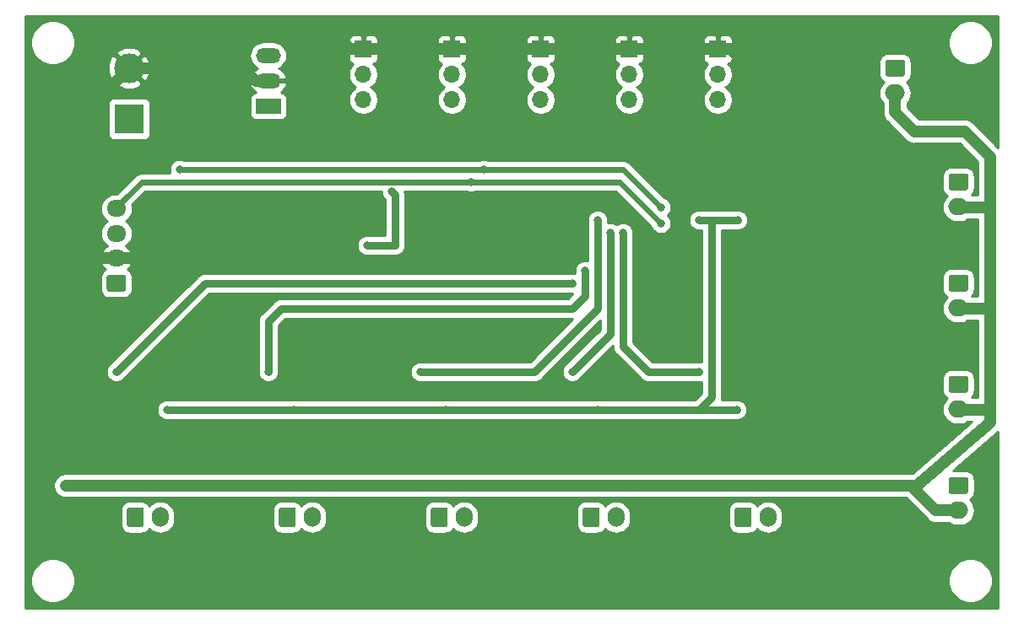
<source format=gbr>
%TF.GenerationSoftware,KiCad,Pcbnew,5.1.9*%
%TF.CreationDate,2021-03-25T13:41:33+01:00*%
%TF.ProjectId,kicad_robot_servos_ev_pompes,6b696361-645f-4726-9f62-6f745f736572,rev?*%
%TF.SameCoordinates,Original*%
%TF.FileFunction,Copper,L2,Bot*%
%TF.FilePolarity,Positive*%
%FSLAX46Y46*%
G04 Gerber Fmt 4.6, Leading zero omitted, Abs format (unit mm)*
G04 Created by KiCad (PCBNEW 5.1.9) date 2021-03-25 13:41:33*
%MOMM*%
%LPD*%
G01*
G04 APERTURE LIST*
%TA.AperFunction,ComponentPad*%
%ADD10O,1.700000X1.700000*%
%TD*%
%TA.AperFunction,ComponentPad*%
%ADD11R,1.700000X1.700000*%
%TD*%
%TA.AperFunction,ComponentPad*%
%ADD12O,1.950000X1.700000*%
%TD*%
%TA.AperFunction,ComponentPad*%
%ADD13R,3.000000X3.000000*%
%TD*%
%TA.AperFunction,ComponentPad*%
%ADD14C,3.000000*%
%TD*%
%TA.AperFunction,ComponentPad*%
%ADD15O,1.700000X2.000000*%
%TD*%
%TA.AperFunction,ComponentPad*%
%ADD16O,2.000000X1.700000*%
%TD*%
%TA.AperFunction,ComponentPad*%
%ADD17R,2.500000X1.500000*%
%TD*%
%TA.AperFunction,ComponentPad*%
%ADD18O,2.500000X1.500000*%
%TD*%
%TA.AperFunction,ViaPad*%
%ADD19C,0.800000*%
%TD*%
%TA.AperFunction,ViaPad*%
%ADD20C,1.200000*%
%TD*%
%TA.AperFunction,Conductor*%
%ADD21C,0.800000*%
%TD*%
%TA.AperFunction,Conductor*%
%ADD22C,1.200000*%
%TD*%
%TA.AperFunction,Conductor*%
%ADD23C,0.250000*%
%TD*%
%TA.AperFunction,Conductor*%
%ADD24C,0.600000*%
%TD*%
%TA.AperFunction,Conductor*%
%ADD25C,0.254000*%
%TD*%
%TA.AperFunction,Conductor*%
%ADD26C,0.100000*%
%TD*%
G04 APERTURE END LIST*
D10*
%TO.P,J10,3*%
%TO.N,/SERVO_3*%
X65405000Y-22225000D03*
%TO.P,J10,2*%
%TO.N,+5V*%
X65405000Y-19685000D03*
D11*
%TO.P,J10,1*%
%TO.N,GND*%
X65405000Y-17145000D03*
%TD*%
%TO.P,J1,1*%
%TO.N,+5VA*%
%TA.AperFunction,ComponentPad*%
G36*
G01*
X23585000Y-41490000D02*
X22135000Y-41490000D01*
G75*
G02*
X21885000Y-41240000I0J250000D01*
G01*
X21885000Y-40040000D01*
G75*
G02*
X22135000Y-39790000I250000J0D01*
G01*
X23585000Y-39790000D01*
G75*
G02*
X23835000Y-40040000I0J-250000D01*
G01*
X23835000Y-41240000D01*
G75*
G02*
X23585000Y-41490000I-250000J0D01*
G01*
G37*
%TD.AperFunction*%
D12*
%TO.P,J1,2*%
%TO.N,GND*%
X22860000Y-38140000D03*
%TO.P,J1,3*%
%TO.N,/EXT_SDA*%
X22860000Y-35640000D03*
%TO.P,J1,4*%
%TO.N,/EXT_SCL*%
X22860000Y-33140000D03*
%TD*%
D13*
%TO.P,J2,1*%
%TO.N,+12V*%
X24130000Y-24130000D03*
D14*
%TO.P,J2,2*%
%TO.N,GND*%
X24130000Y-19050000D03*
%TD*%
D15*
%TO.P,J3,2*%
%TO.N,Net-(J3-Pad2)*%
X88225000Y-64135000D03*
%TO.P,J3,1*%
%TO.N,Net-(J3-Pad1)*%
%TA.AperFunction,ComponentPad*%
G36*
G01*
X84875000Y-64885000D02*
X84875000Y-63385000D01*
G75*
G02*
X85125000Y-63135000I250000J0D01*
G01*
X86325000Y-63135000D01*
G75*
G02*
X86575000Y-63385000I0J-250000D01*
G01*
X86575000Y-64885000D01*
G75*
G02*
X86325000Y-65135000I-250000J0D01*
G01*
X85125000Y-65135000D01*
G75*
G02*
X84875000Y-64885000I0J250000D01*
G01*
G37*
%TD.AperFunction*%
%TD*%
%TO.P,J4,1*%
%TO.N,Net-(J4-Pad1)*%
%TA.AperFunction,ComponentPad*%
G36*
G01*
X23915000Y-64885000D02*
X23915000Y-63385000D01*
G75*
G02*
X24165000Y-63135000I250000J0D01*
G01*
X25365000Y-63135000D01*
G75*
G02*
X25615000Y-63385000I0J-250000D01*
G01*
X25615000Y-64885000D01*
G75*
G02*
X25365000Y-65135000I-250000J0D01*
G01*
X24165000Y-65135000D01*
G75*
G02*
X23915000Y-64885000I0J250000D01*
G01*
G37*
%TD.AperFunction*%
%TO.P,J4,2*%
%TO.N,Net-(J4-Pad2)*%
X27265000Y-64135000D03*
%TD*%
%TO.P,J5,1*%
%TO.N,Net-(J5-Pad1)*%
%TA.AperFunction,ComponentPad*%
G36*
G01*
X69635000Y-64885000D02*
X69635000Y-63385000D01*
G75*
G02*
X69885000Y-63135000I250000J0D01*
G01*
X71085000Y-63135000D01*
G75*
G02*
X71335000Y-63385000I0J-250000D01*
G01*
X71335000Y-64885000D01*
G75*
G02*
X71085000Y-65135000I-250000J0D01*
G01*
X69885000Y-65135000D01*
G75*
G02*
X69635000Y-64885000I0J250000D01*
G01*
G37*
%TD.AperFunction*%
%TO.P,J5,2*%
%TO.N,Net-(J5-Pad2)*%
X72985000Y-64135000D03*
%TD*%
%TO.P,J6,1*%
%TO.N,Net-(J6-Pad1)*%
%TA.AperFunction,ComponentPad*%
G36*
G01*
X54395000Y-64885000D02*
X54395000Y-63385000D01*
G75*
G02*
X54645000Y-63135000I250000J0D01*
G01*
X55845000Y-63135000D01*
G75*
G02*
X56095000Y-63385000I0J-250000D01*
G01*
X56095000Y-64885000D01*
G75*
G02*
X55845000Y-65135000I-250000J0D01*
G01*
X54645000Y-65135000D01*
G75*
G02*
X54395000Y-64885000I0J250000D01*
G01*
G37*
%TD.AperFunction*%
%TO.P,J6,2*%
%TO.N,Net-(J6-Pad2)*%
X57745000Y-64135000D03*
%TD*%
%TO.P,J7,2*%
%TO.N,Net-(J7-Pad2)*%
X42505000Y-64135000D03*
%TO.P,J7,1*%
%TO.N,Net-(J7-Pad1)*%
%TA.AperFunction,ComponentPad*%
G36*
G01*
X39155000Y-64885000D02*
X39155000Y-63385000D01*
G75*
G02*
X39405000Y-63135000I250000J0D01*
G01*
X40605000Y-63135000D01*
G75*
G02*
X40855000Y-63385000I0J-250000D01*
G01*
X40855000Y-64885000D01*
G75*
G02*
X40605000Y-65135000I-250000J0D01*
G01*
X39405000Y-65135000D01*
G75*
G02*
X39155000Y-64885000I0J250000D01*
G01*
G37*
%TD.AperFunction*%
%TD*%
D10*
%TO.P,J8,3*%
%TO.N,/SERVO_1*%
X83185000Y-22225000D03*
%TO.P,J8,2*%
%TO.N,+5V*%
X83185000Y-19685000D03*
D11*
%TO.P,J8,1*%
%TO.N,GND*%
X83185000Y-17145000D03*
%TD*%
%TO.P,J9,1*%
%TO.N,GND*%
X74295000Y-17145000D03*
D10*
%TO.P,J9,2*%
%TO.N,+5V*%
X74295000Y-19685000D03*
%TO.P,J9,3*%
%TO.N,/SERVO_2*%
X74295000Y-22225000D03*
%TD*%
D11*
%TO.P,J11,1*%
%TO.N,GND*%
X56515000Y-17145000D03*
D10*
%TO.P,J11,2*%
%TO.N,+5V*%
X56515000Y-19685000D03*
%TO.P,J11,3*%
%TO.N,/SERVO_4*%
X56515000Y-22225000D03*
%TD*%
D11*
%TO.P,J12,1*%
%TO.N,GND*%
X47625000Y-17145000D03*
D10*
%TO.P,J12,2*%
%TO.N,+5V*%
X47625000Y-19685000D03*
%TO.P,J12,3*%
%TO.N,/SERVO_5*%
X47625000Y-22225000D03*
%TD*%
D16*
%TO.P,J13,2*%
%TO.N,+12V*%
X107315000Y-63460000D03*
%TO.P,J13,1*%
%TO.N,Net-(J13-Pad1)*%
%TA.AperFunction,ComponentPad*%
G36*
G01*
X106565000Y-60110000D02*
X108065000Y-60110000D01*
G75*
G02*
X108315000Y-60360000I0J-250000D01*
G01*
X108315000Y-61560000D01*
G75*
G02*
X108065000Y-61810000I-250000J0D01*
G01*
X106565000Y-61810000D01*
G75*
G02*
X106315000Y-61560000I0J250000D01*
G01*
X106315000Y-60360000D01*
G75*
G02*
X106565000Y-60110000I250000J0D01*
G01*
G37*
%TD.AperFunction*%
%TD*%
%TO.P,J14,1*%
%TO.N,Net-(J14-Pad1)*%
%TA.AperFunction,ComponentPad*%
G36*
G01*
X106565000Y-49950000D02*
X108065000Y-49950000D01*
G75*
G02*
X108315000Y-50200000I0J-250000D01*
G01*
X108315000Y-51400000D01*
G75*
G02*
X108065000Y-51650000I-250000J0D01*
G01*
X106565000Y-51650000D01*
G75*
G02*
X106315000Y-51400000I0J250000D01*
G01*
X106315000Y-50200000D01*
G75*
G02*
X106565000Y-49950000I250000J0D01*
G01*
G37*
%TD.AperFunction*%
%TO.P,J14,2*%
%TO.N,+12V*%
X107315000Y-53300000D03*
%TD*%
%TO.P,J15,2*%
%TO.N,+12V*%
X107315000Y-43140000D03*
%TO.P,J15,1*%
%TO.N,Net-(J15-Pad1)*%
%TA.AperFunction,ComponentPad*%
G36*
G01*
X106565000Y-39790000D02*
X108065000Y-39790000D01*
G75*
G02*
X108315000Y-40040000I0J-250000D01*
G01*
X108315000Y-41240000D01*
G75*
G02*
X108065000Y-41490000I-250000J0D01*
G01*
X106565000Y-41490000D01*
G75*
G02*
X106315000Y-41240000I0J250000D01*
G01*
X106315000Y-40040000D01*
G75*
G02*
X106565000Y-39790000I250000J0D01*
G01*
G37*
%TD.AperFunction*%
%TD*%
%TO.P,J16,1*%
%TO.N,Net-(J16-Pad1)*%
%TA.AperFunction,ComponentPad*%
G36*
G01*
X106565000Y-29630000D02*
X108065000Y-29630000D01*
G75*
G02*
X108315000Y-29880000I0J-250000D01*
G01*
X108315000Y-31080000D01*
G75*
G02*
X108065000Y-31330000I-250000J0D01*
G01*
X106565000Y-31330000D01*
G75*
G02*
X106315000Y-31080000I0J250000D01*
G01*
X106315000Y-29880000D01*
G75*
G02*
X106565000Y-29630000I250000J0D01*
G01*
G37*
%TD.AperFunction*%
%TO.P,J16,2*%
%TO.N,+12V*%
X107315000Y-32980000D03*
%TD*%
%TO.P,J17,2*%
%TO.N,+12V*%
X100965000Y-21550000D03*
%TO.P,J17,1*%
%TO.N,Net-(J17-Pad1)*%
%TA.AperFunction,ComponentPad*%
G36*
G01*
X100215000Y-18200000D02*
X101715000Y-18200000D01*
G75*
G02*
X101965000Y-18450000I0J-250000D01*
G01*
X101965000Y-19650000D01*
G75*
G02*
X101715000Y-19900000I-250000J0D01*
G01*
X100215000Y-19900000D01*
G75*
G02*
X99965000Y-19650000I0J250000D01*
G01*
X99965000Y-18450000D01*
G75*
G02*
X100215000Y-18200000I250000J0D01*
G01*
G37*
%TD.AperFunction*%
%TD*%
D17*
%TO.P,U1,1*%
%TO.N,+12V*%
X38100000Y-22860000D03*
D18*
%TO.P,U1,2*%
%TO.N,GND*%
X38100000Y-20320000D03*
%TO.P,U1,3*%
%TO.N,+5V*%
X38100000Y-17780000D03*
%TD*%
D19*
%TO.N,+3V3*%
X27940000Y-53340000D03*
X85090000Y-53340000D03*
X71120000Y-53340000D03*
X55880000Y-53340000D03*
X40640000Y-53340000D03*
X85175000Y-34290000D03*
X81280000Y-34290000D03*
X48015000Y-36830000D03*
X50800000Y-36830000D03*
X50465000Y-31455000D03*
D20*
%TO.N,GND*%
X91440000Y-58420000D03*
X30480000Y-36830000D03*
X78740000Y-58420000D03*
X63500000Y-58420000D03*
X48260000Y-58420000D03*
X33020000Y-58420000D03*
X90170000Y-22860000D03*
D19*
X73660000Y-33020000D03*
D20*
X17780000Y-55880000D03*
D19*
X88900000Y-53340000D03*
X59690000Y-34290000D03*
X69850000Y-33020000D03*
X53017500Y-32697500D03*
X86360000Y-33020000D03*
X96312000Y-32598000D03*
X96312000Y-42758000D03*
X96312000Y-52664000D03*
%TO.N,/EXT_SDA*%
X77470000Y-33020000D03*
X59690000Y-29210000D03*
X29210000Y-29210000D03*
%TO.N,/EXT_SCL*%
X58420000Y-30480000D03*
X77470000Y-34630000D03*
D20*
%TO.N,+12V*%
X25400000Y-60960000D03*
X40640000Y-60960000D03*
X55880000Y-60960000D03*
X71120000Y-60960000D03*
X86360000Y-60960000D03*
X17780000Y-60960000D03*
D19*
%TO.N,/POMPE_1*%
X73660000Y-35560000D03*
X81280000Y-49530000D03*
%TO.N,/POMPE_5*%
X68580000Y-40640000D03*
X22860000Y-49530000D03*
%TO.N,/POMPE_2*%
X72390000Y-35560000D03*
X68580000Y-49530000D03*
%TO.N,/POMPE_3*%
X71120000Y-34290000D03*
X53340000Y-49530000D03*
%TO.N,/POMPE_4*%
X69850000Y-39370000D03*
X38100000Y-49530000D03*
%TD*%
D21*
%TO.N,+3V3*%
X55880000Y-53340000D02*
X71120000Y-53340000D01*
X40640000Y-53340000D02*
X55880000Y-53340000D01*
X27940000Y-53340000D02*
X40640000Y-53340000D01*
X82550000Y-52070000D02*
X81280000Y-53340000D01*
X82550000Y-34290000D02*
X82550000Y-52070000D01*
X81280000Y-53340000D02*
X85090000Y-53340000D01*
X71120000Y-53340000D02*
X81280000Y-53340000D01*
X85175000Y-34290000D02*
X82550000Y-34290000D01*
X82550000Y-34290000D02*
X81280000Y-34290000D01*
X48015000Y-36830000D02*
X50800000Y-36830000D01*
X50800000Y-31790000D02*
X50465000Y-31455000D01*
X50800000Y-36830000D02*
X50800000Y-31790000D01*
D22*
%TO.N,GND*%
X46355000Y-17145000D02*
X47625000Y-17145000D01*
X44450000Y-15240000D02*
X46355000Y-17145000D01*
X36830000Y-15240000D02*
X44450000Y-15240000D01*
X35560000Y-16510000D02*
X36830000Y-15240000D01*
X35560000Y-19050000D02*
X35560000Y-16510000D01*
X36830000Y-20320000D02*
X35560000Y-19050000D01*
X38100000Y-20320000D02*
X36830000Y-20320000D01*
X47625000Y-17145000D02*
X56515000Y-17145000D01*
X56515000Y-17145000D02*
X65405000Y-17145000D01*
X65405000Y-17145000D02*
X74295000Y-17145000D01*
X74295000Y-17145000D02*
X83185000Y-17145000D01*
X24130000Y-19050000D02*
X35560000Y-19050000D01*
X24130000Y-19050000D02*
X16510000Y-26670000D01*
X16510000Y-57150000D02*
X17780000Y-58420000D01*
X91440000Y-58420000D02*
X93980000Y-58420000D01*
X29210000Y-38100000D02*
X30480000Y-36830000D01*
X25400000Y-38100000D02*
X29210000Y-38100000D01*
X22860000Y-38140000D02*
X17870000Y-38140000D01*
X69850000Y-58420000D02*
X78740000Y-58420000D01*
X63500000Y-58420000D02*
X69850000Y-58420000D01*
X48260000Y-58420000D02*
X63500000Y-58420000D01*
X33020000Y-58420000D02*
X48260000Y-58420000D01*
X17780000Y-58420000D02*
X33020000Y-58420000D01*
X90170000Y-22860000D02*
X85090000Y-17780000D01*
X16550000Y-38140000D02*
X16510000Y-38100000D01*
X17870000Y-38140000D02*
X16550000Y-38140000D01*
X16510000Y-26670000D02*
X16510000Y-38100000D01*
X16510000Y-55880000D02*
X17780000Y-55880000D01*
X16510000Y-38100000D02*
X16510000Y-55880000D01*
X16510000Y-55880000D02*
X16510000Y-57150000D01*
X78740000Y-58420000D02*
X85090000Y-58420000D01*
D21*
X88900000Y-53340000D02*
X88900000Y-58420000D01*
D22*
X88900000Y-58420000D02*
X91440000Y-58420000D01*
X85090000Y-58420000D02*
X88900000Y-58420000D01*
D21*
X62230000Y-34290000D02*
X59690000Y-34290000D01*
X63500000Y-33020000D02*
X62230000Y-34290000D01*
X69850000Y-33020000D02*
X63500000Y-33020000D01*
X73660000Y-33020000D02*
X69850000Y-33020000D01*
X54610000Y-34290000D02*
X59690000Y-34290000D01*
X53017500Y-32697500D02*
X54610000Y-34290000D01*
D23*
X25360000Y-38140000D02*
X25400000Y-38100000D01*
D22*
X22860000Y-38140000D02*
X25360000Y-38140000D01*
X84455000Y-17145000D02*
X85090000Y-17780000D01*
X83185000Y-17145000D02*
X84455000Y-17145000D01*
X90170000Y-22860000D02*
X96312000Y-29002000D01*
X96312000Y-56088000D02*
X93980000Y-58420000D01*
D21*
X86360000Y-33020000D02*
X96226000Y-33020000D01*
D22*
X96312000Y-33106000D02*
X96312000Y-56088000D01*
D21*
X96226000Y-33020000D02*
X96312000Y-33106000D01*
D22*
X96312000Y-29002000D02*
X96312000Y-33106000D01*
D24*
%TO.N,/EXT_SDA*%
X73660000Y-29210000D02*
X59690000Y-29210000D01*
X77470000Y-33020000D02*
X73660000Y-29210000D01*
X59690000Y-29210000D02*
X29210000Y-29210000D01*
%TO.N,/EXT_SCL*%
X25400000Y-30480000D02*
X24130000Y-31750000D01*
X58420000Y-30480000D02*
X25400000Y-30480000D01*
X24130000Y-31750000D02*
X22740000Y-33140000D01*
X73325000Y-30480000D02*
X58420000Y-30480000D01*
X77470000Y-34630000D02*
X73325000Y-30480000D01*
D22*
%TO.N,+12V*%
X40640000Y-60960000D02*
X25400000Y-60960000D01*
X55880000Y-60960000D02*
X40640000Y-60960000D01*
X71120000Y-60960000D02*
X55880000Y-60960000D01*
X86360000Y-60960000D02*
X71120000Y-60960000D01*
X25400000Y-60960000D02*
X17780000Y-60960000D01*
X102535000Y-60960000D02*
X105035000Y-63460000D01*
X107355000Y-53340000D02*
X110490000Y-53340000D01*
X107315000Y-53300000D02*
X107355000Y-53340000D01*
X110490000Y-44450000D02*
X110490000Y-43180000D01*
X110490000Y-53340000D02*
X110490000Y-44450000D01*
X107355000Y-43180000D02*
X107315000Y-43140000D01*
X110490000Y-43180000D02*
X107355000Y-43180000D01*
X107355000Y-33020000D02*
X107315000Y-32980000D01*
X110490000Y-33020000D02*
X107355000Y-33020000D01*
X110490000Y-34290000D02*
X110490000Y-43180000D01*
X110490000Y-33020000D02*
X110490000Y-34290000D01*
X110490000Y-27940000D02*
X110490000Y-33020000D01*
X107950000Y-25400000D02*
X110490000Y-27940000D01*
X102870000Y-25400000D02*
X107950000Y-25400000D01*
X100965000Y-23495000D02*
X102870000Y-25400000D01*
X100965000Y-21550000D02*
X100965000Y-23495000D01*
X105075000Y-63460000D02*
X107315000Y-63460000D01*
X110490000Y-54610000D02*
X110490000Y-53340000D01*
X103170000Y-60960000D02*
X110490000Y-54610000D01*
X86360000Y-60960000D02*
X103170000Y-60960000D01*
D21*
%TO.N,/POMPE_1*%
X73660000Y-35560000D02*
X73660000Y-46990000D01*
X73660000Y-46990000D02*
X76200000Y-49530000D01*
X76200000Y-49530000D02*
X81280000Y-49530000D01*
%TO.N,/POMPE_5*%
X31750000Y-40640000D02*
X22860000Y-49530000D01*
X68580000Y-40640000D02*
X31750000Y-40640000D01*
%TO.N,/POMPE_2*%
X72390000Y-45720000D02*
X68580000Y-49530000D01*
X72390000Y-35560000D02*
X72390000Y-45720000D01*
%TO.N,/POMPE_3*%
X71120000Y-34290000D02*
X71120000Y-41488542D01*
X71120000Y-41488542D02*
X71120000Y-43180000D01*
X64770000Y-49530000D02*
X53340000Y-49530000D01*
X71120000Y-43180000D02*
X64770000Y-49530000D01*
%TO.N,/POMPE_4*%
X69850000Y-39370000D02*
X69850000Y-40554002D01*
X69850000Y-40554002D02*
X69850000Y-41910000D01*
X69850000Y-41910000D02*
X68580000Y-43180000D01*
X68580000Y-43180000D02*
X40640000Y-43180000D01*
X40640000Y-43180000D02*
X39370000Y-43180000D01*
X38100000Y-44450000D02*
X38100000Y-49530000D01*
X39370000Y-43180000D02*
X38100000Y-44450000D01*
%TD*%
D25*
%TO.N,GND*%
X111298000Y-27001446D02*
X108866178Y-24569625D01*
X108827502Y-24522498D01*
X108639449Y-24368167D01*
X108424901Y-24253489D01*
X108192102Y-24182870D01*
X108010665Y-24165000D01*
X107950000Y-24159025D01*
X107889335Y-24165000D01*
X103381554Y-24165000D01*
X102200000Y-22983447D01*
X102200000Y-22568742D01*
X102355706Y-22379014D01*
X102493599Y-22121034D01*
X102578513Y-21841111D01*
X102607185Y-21550000D01*
X102578513Y-21258889D01*
X102493599Y-20978966D01*
X102355706Y-20720986D01*
X102170134Y-20494866D01*
X102106663Y-20442777D01*
X102208386Y-20388405D01*
X102342962Y-20277962D01*
X102453405Y-20143386D01*
X102535472Y-19989850D01*
X102586008Y-19823254D01*
X102603072Y-19650000D01*
X102603072Y-18450000D01*
X102586008Y-18276746D01*
X102535472Y-18110150D01*
X102453405Y-17956614D01*
X102342962Y-17822038D01*
X102208386Y-17711595D01*
X102054850Y-17629528D01*
X101888254Y-17578992D01*
X101715000Y-17561928D01*
X100215000Y-17561928D01*
X100041746Y-17578992D01*
X99875150Y-17629528D01*
X99721614Y-17711595D01*
X99587038Y-17822038D01*
X99476595Y-17956614D01*
X99394528Y-18110150D01*
X99343992Y-18276746D01*
X99326928Y-18450000D01*
X99326928Y-19650000D01*
X99343992Y-19823254D01*
X99394528Y-19989850D01*
X99476595Y-20143386D01*
X99587038Y-20277962D01*
X99721614Y-20388405D01*
X99823337Y-20442777D01*
X99759866Y-20494866D01*
X99574294Y-20720986D01*
X99436401Y-20978966D01*
X99351487Y-21258889D01*
X99322815Y-21550000D01*
X99351487Y-21841111D01*
X99436401Y-22121034D01*
X99574294Y-22379014D01*
X99730001Y-22568743D01*
X99730001Y-23434325D01*
X99724025Y-23495000D01*
X99747870Y-23737102D01*
X99818489Y-23969899D01*
X99818490Y-23969901D01*
X99933168Y-24184449D01*
X100087499Y-24372502D01*
X100134621Y-24411174D01*
X101953826Y-26230380D01*
X101992498Y-26277502D01*
X102180551Y-26431833D01*
X102395099Y-26546511D01*
X102627898Y-26617130D01*
X102870000Y-26640975D01*
X102930665Y-26635000D01*
X107438447Y-26635000D01*
X109255000Y-28451554D01*
X109255001Y-31785000D01*
X108599090Y-31785000D01*
X108692962Y-31707962D01*
X108803405Y-31573386D01*
X108885472Y-31419850D01*
X108936008Y-31253254D01*
X108953072Y-31080000D01*
X108953072Y-29880000D01*
X108936008Y-29706746D01*
X108885472Y-29540150D01*
X108803405Y-29386614D01*
X108692962Y-29252038D01*
X108558386Y-29141595D01*
X108404850Y-29059528D01*
X108238254Y-29008992D01*
X108065000Y-28991928D01*
X106565000Y-28991928D01*
X106391746Y-29008992D01*
X106225150Y-29059528D01*
X106071614Y-29141595D01*
X105937038Y-29252038D01*
X105826595Y-29386614D01*
X105744528Y-29540150D01*
X105693992Y-29706746D01*
X105676928Y-29880000D01*
X105676928Y-31080000D01*
X105693992Y-31253254D01*
X105744528Y-31419850D01*
X105826595Y-31573386D01*
X105937038Y-31707962D01*
X106071614Y-31818405D01*
X106173337Y-31872777D01*
X106109866Y-31924866D01*
X105924294Y-32150986D01*
X105786401Y-32408966D01*
X105701487Y-32688889D01*
X105672815Y-32980000D01*
X105701487Y-33271111D01*
X105786401Y-33551034D01*
X105924294Y-33809014D01*
X106109866Y-34035134D01*
X106335986Y-34220706D01*
X106593966Y-34358599D01*
X106873889Y-34443513D01*
X107092050Y-34465000D01*
X107537950Y-34465000D01*
X107756111Y-34443513D01*
X108036034Y-34358599D01*
X108229854Y-34255000D01*
X109255000Y-34255000D01*
X109255001Y-41945000D01*
X108599090Y-41945000D01*
X108692962Y-41867962D01*
X108803405Y-41733386D01*
X108885472Y-41579850D01*
X108936008Y-41413254D01*
X108953072Y-41240000D01*
X108953072Y-40040000D01*
X108936008Y-39866746D01*
X108885472Y-39700150D01*
X108803405Y-39546614D01*
X108692962Y-39412038D01*
X108558386Y-39301595D01*
X108404850Y-39219528D01*
X108238254Y-39168992D01*
X108065000Y-39151928D01*
X106565000Y-39151928D01*
X106391746Y-39168992D01*
X106225150Y-39219528D01*
X106071614Y-39301595D01*
X105937038Y-39412038D01*
X105826595Y-39546614D01*
X105744528Y-39700150D01*
X105693992Y-39866746D01*
X105676928Y-40040000D01*
X105676928Y-41240000D01*
X105693992Y-41413254D01*
X105744528Y-41579850D01*
X105826595Y-41733386D01*
X105937038Y-41867962D01*
X106071614Y-41978405D01*
X106173337Y-42032777D01*
X106109866Y-42084866D01*
X105924294Y-42310986D01*
X105786401Y-42568966D01*
X105701487Y-42848889D01*
X105672815Y-43140000D01*
X105701487Y-43431111D01*
X105786401Y-43711034D01*
X105924294Y-43969014D01*
X106109866Y-44195134D01*
X106335986Y-44380706D01*
X106593966Y-44518599D01*
X106873889Y-44603513D01*
X107092050Y-44625000D01*
X107537950Y-44625000D01*
X107756111Y-44603513D01*
X108036034Y-44518599D01*
X108229854Y-44415000D01*
X109255000Y-44415000D01*
X109255000Y-44510664D01*
X109255001Y-44510674D01*
X109255000Y-52105000D01*
X108599090Y-52105000D01*
X108692962Y-52027962D01*
X108803405Y-51893386D01*
X108885472Y-51739850D01*
X108936008Y-51573254D01*
X108953072Y-51400000D01*
X108953072Y-50200000D01*
X108936008Y-50026746D01*
X108885472Y-49860150D01*
X108803405Y-49706614D01*
X108692962Y-49572038D01*
X108558386Y-49461595D01*
X108404850Y-49379528D01*
X108238254Y-49328992D01*
X108065000Y-49311928D01*
X106565000Y-49311928D01*
X106391746Y-49328992D01*
X106225150Y-49379528D01*
X106071614Y-49461595D01*
X105937038Y-49572038D01*
X105826595Y-49706614D01*
X105744528Y-49860150D01*
X105693992Y-50026746D01*
X105676928Y-50200000D01*
X105676928Y-51400000D01*
X105693992Y-51573254D01*
X105744528Y-51739850D01*
X105826595Y-51893386D01*
X105937038Y-52027962D01*
X106071614Y-52138405D01*
X106173337Y-52192777D01*
X106109866Y-52244866D01*
X105924294Y-52470986D01*
X105786401Y-52728966D01*
X105701487Y-53008889D01*
X105672815Y-53300000D01*
X105701487Y-53591111D01*
X105786401Y-53871034D01*
X105924294Y-54129014D01*
X106109866Y-54355134D01*
X106335986Y-54540706D01*
X106593966Y-54678599D01*
X106873889Y-54763513D01*
X107092050Y-54785000D01*
X107537950Y-54785000D01*
X107756111Y-54763513D01*
X108036034Y-54678599D01*
X108229854Y-54575000D01*
X108645668Y-54575000D01*
X102708975Y-59725000D01*
X102595665Y-59725000D01*
X102535000Y-59719025D01*
X102474335Y-59725000D01*
X17658363Y-59725000D01*
X17598562Y-59736895D01*
X17537898Y-59742870D01*
X17479567Y-59760564D01*
X17419764Y-59772460D01*
X17363429Y-59795795D01*
X17305099Y-59813489D01*
X17251342Y-59842223D01*
X17195008Y-59865557D01*
X17144311Y-59899432D01*
X17090551Y-59928167D01*
X17043429Y-59966839D01*
X16992733Y-60000713D01*
X16949620Y-60043826D01*
X16902498Y-60082498D01*
X16863826Y-60129620D01*
X16820713Y-60172733D01*
X16786839Y-60223429D01*
X16748167Y-60270551D01*
X16719432Y-60324311D01*
X16685557Y-60375008D01*
X16662223Y-60431342D01*
X16633489Y-60485099D01*
X16615795Y-60543429D01*
X16592460Y-60599764D01*
X16580564Y-60659567D01*
X16562870Y-60717898D01*
X16556895Y-60778562D01*
X16545000Y-60838363D01*
X16545000Y-60899335D01*
X16539025Y-60960000D01*
X16545000Y-61020665D01*
X16545000Y-61081637D01*
X16556895Y-61141438D01*
X16562870Y-61202102D01*
X16580564Y-61260433D01*
X16592460Y-61320236D01*
X16615795Y-61376571D01*
X16633489Y-61434901D01*
X16662223Y-61488658D01*
X16685557Y-61544992D01*
X16719432Y-61595689D01*
X16748167Y-61649449D01*
X16786839Y-61696571D01*
X16820713Y-61747267D01*
X16863826Y-61790380D01*
X16902498Y-61837502D01*
X16949620Y-61876174D01*
X16992733Y-61919287D01*
X17043429Y-61953161D01*
X17090551Y-61991833D01*
X17144311Y-62020568D01*
X17195008Y-62054443D01*
X17251342Y-62077777D01*
X17305099Y-62106511D01*
X17363429Y-62124205D01*
X17419764Y-62147540D01*
X17479567Y-62159436D01*
X17537898Y-62177130D01*
X17598562Y-62183105D01*
X17658363Y-62195000D01*
X102023447Y-62195000D01*
X104204619Y-64376173D01*
X104345551Y-64491832D01*
X104560100Y-64606511D01*
X104792898Y-64677130D01*
X105035000Y-64700975D01*
X105095665Y-64695000D01*
X106329033Y-64695000D01*
X106335986Y-64700706D01*
X106593966Y-64838599D01*
X106873889Y-64923513D01*
X107092050Y-64945000D01*
X107537950Y-64945000D01*
X107756111Y-64923513D01*
X108036034Y-64838599D01*
X108294014Y-64700706D01*
X108520134Y-64515134D01*
X108705706Y-64289014D01*
X108843599Y-64031034D01*
X108928513Y-63751111D01*
X108957185Y-63460000D01*
X108928513Y-63168889D01*
X108843599Y-62888966D01*
X108705706Y-62630986D01*
X108520134Y-62404866D01*
X108456663Y-62352777D01*
X108558386Y-62298405D01*
X108692962Y-62187962D01*
X108803405Y-62053386D01*
X108885472Y-61899850D01*
X108936008Y-61733254D01*
X108953072Y-61560000D01*
X108953072Y-60360000D01*
X108936008Y-60186746D01*
X108885472Y-60020150D01*
X108803405Y-59866614D01*
X108692962Y-59732038D01*
X108558386Y-59621595D01*
X108404850Y-59539528D01*
X108238254Y-59488992D01*
X108065000Y-59471928D01*
X106770062Y-59471928D01*
X111286550Y-55553937D01*
X111298000Y-55544540D01*
X111298000Y-73238000D01*
X13762000Y-73238000D01*
X13762000Y-70279872D01*
X14265000Y-70279872D01*
X14265000Y-70720128D01*
X14350890Y-71151925D01*
X14519369Y-71558669D01*
X14763962Y-71924729D01*
X15075271Y-72236038D01*
X15441331Y-72480631D01*
X15848075Y-72649110D01*
X16279872Y-72735000D01*
X16720128Y-72735000D01*
X17151925Y-72649110D01*
X17558669Y-72480631D01*
X17924729Y-72236038D01*
X18236038Y-71924729D01*
X18480631Y-71558669D01*
X18649110Y-71151925D01*
X18735000Y-70720128D01*
X18735000Y-70279872D01*
X106265000Y-70279872D01*
X106265000Y-70720128D01*
X106350890Y-71151925D01*
X106519369Y-71558669D01*
X106763962Y-71924729D01*
X107075271Y-72236038D01*
X107441331Y-72480631D01*
X107848075Y-72649110D01*
X108279872Y-72735000D01*
X108720128Y-72735000D01*
X109151925Y-72649110D01*
X109558669Y-72480631D01*
X109924729Y-72236038D01*
X110236038Y-71924729D01*
X110480631Y-71558669D01*
X110649110Y-71151925D01*
X110735000Y-70720128D01*
X110735000Y-70279872D01*
X110649110Y-69848075D01*
X110480631Y-69441331D01*
X110236038Y-69075271D01*
X109924729Y-68763962D01*
X109558669Y-68519369D01*
X109151925Y-68350890D01*
X108720128Y-68265000D01*
X108279872Y-68265000D01*
X107848075Y-68350890D01*
X107441331Y-68519369D01*
X107075271Y-68763962D01*
X106763962Y-69075271D01*
X106519369Y-69441331D01*
X106350890Y-69848075D01*
X106265000Y-70279872D01*
X18735000Y-70279872D01*
X18649110Y-69848075D01*
X18480631Y-69441331D01*
X18236038Y-69075271D01*
X17924729Y-68763962D01*
X17558669Y-68519369D01*
X17151925Y-68350890D01*
X16720128Y-68265000D01*
X16279872Y-68265000D01*
X15848075Y-68350890D01*
X15441331Y-68519369D01*
X15075271Y-68763962D01*
X14763962Y-69075271D01*
X14519369Y-69441331D01*
X14350890Y-69848075D01*
X14265000Y-70279872D01*
X13762000Y-70279872D01*
X13762000Y-63385000D01*
X23276928Y-63385000D01*
X23276928Y-64885000D01*
X23293992Y-65058254D01*
X23344528Y-65224850D01*
X23426595Y-65378386D01*
X23537038Y-65512962D01*
X23671614Y-65623405D01*
X23825150Y-65705472D01*
X23991746Y-65756008D01*
X24165000Y-65773072D01*
X25365000Y-65773072D01*
X25538254Y-65756008D01*
X25704850Y-65705472D01*
X25858386Y-65623405D01*
X25992962Y-65512962D01*
X26103405Y-65378386D01*
X26157777Y-65276663D01*
X26209866Y-65340134D01*
X26435987Y-65525706D01*
X26693967Y-65663599D01*
X26973890Y-65748513D01*
X27265000Y-65777185D01*
X27556111Y-65748513D01*
X27836034Y-65663599D01*
X28094014Y-65525706D01*
X28320134Y-65340134D01*
X28505706Y-65114014D01*
X28643599Y-64856033D01*
X28728513Y-64576110D01*
X28750000Y-64357949D01*
X28750000Y-63912050D01*
X28728513Y-63693889D01*
X28643599Y-63413966D01*
X28628117Y-63385000D01*
X38516928Y-63385000D01*
X38516928Y-64885000D01*
X38533992Y-65058254D01*
X38584528Y-65224850D01*
X38666595Y-65378386D01*
X38777038Y-65512962D01*
X38911614Y-65623405D01*
X39065150Y-65705472D01*
X39231746Y-65756008D01*
X39405000Y-65773072D01*
X40605000Y-65773072D01*
X40778254Y-65756008D01*
X40944850Y-65705472D01*
X41098386Y-65623405D01*
X41232962Y-65512962D01*
X41343405Y-65378386D01*
X41397777Y-65276663D01*
X41449866Y-65340134D01*
X41675987Y-65525706D01*
X41933967Y-65663599D01*
X42213890Y-65748513D01*
X42505000Y-65777185D01*
X42796111Y-65748513D01*
X43076034Y-65663599D01*
X43334014Y-65525706D01*
X43560134Y-65340134D01*
X43745706Y-65114014D01*
X43883599Y-64856033D01*
X43968513Y-64576110D01*
X43990000Y-64357949D01*
X43990000Y-63912050D01*
X43968513Y-63693889D01*
X43883599Y-63413966D01*
X43868117Y-63385000D01*
X53756928Y-63385000D01*
X53756928Y-64885000D01*
X53773992Y-65058254D01*
X53824528Y-65224850D01*
X53906595Y-65378386D01*
X54017038Y-65512962D01*
X54151614Y-65623405D01*
X54305150Y-65705472D01*
X54471746Y-65756008D01*
X54645000Y-65773072D01*
X55845000Y-65773072D01*
X56018254Y-65756008D01*
X56184850Y-65705472D01*
X56338386Y-65623405D01*
X56472962Y-65512962D01*
X56583405Y-65378386D01*
X56637777Y-65276663D01*
X56689866Y-65340134D01*
X56915987Y-65525706D01*
X57173967Y-65663599D01*
X57453890Y-65748513D01*
X57745000Y-65777185D01*
X58036111Y-65748513D01*
X58316034Y-65663599D01*
X58574014Y-65525706D01*
X58800134Y-65340134D01*
X58985706Y-65114014D01*
X59123599Y-64856033D01*
X59208513Y-64576110D01*
X59230000Y-64357949D01*
X59230000Y-63912050D01*
X59208513Y-63693889D01*
X59123599Y-63413966D01*
X59108117Y-63385000D01*
X68996928Y-63385000D01*
X68996928Y-64885000D01*
X69013992Y-65058254D01*
X69064528Y-65224850D01*
X69146595Y-65378386D01*
X69257038Y-65512962D01*
X69391614Y-65623405D01*
X69545150Y-65705472D01*
X69711746Y-65756008D01*
X69885000Y-65773072D01*
X71085000Y-65773072D01*
X71258254Y-65756008D01*
X71424850Y-65705472D01*
X71578386Y-65623405D01*
X71712962Y-65512962D01*
X71823405Y-65378386D01*
X71877777Y-65276663D01*
X71929866Y-65340134D01*
X72155987Y-65525706D01*
X72413967Y-65663599D01*
X72693890Y-65748513D01*
X72985000Y-65777185D01*
X73276111Y-65748513D01*
X73556034Y-65663599D01*
X73814014Y-65525706D01*
X74040134Y-65340134D01*
X74225706Y-65114014D01*
X74363599Y-64856033D01*
X74448513Y-64576110D01*
X74470000Y-64357949D01*
X74470000Y-63912050D01*
X74448513Y-63693889D01*
X74363599Y-63413966D01*
X74348117Y-63385000D01*
X84236928Y-63385000D01*
X84236928Y-64885000D01*
X84253992Y-65058254D01*
X84304528Y-65224850D01*
X84386595Y-65378386D01*
X84497038Y-65512962D01*
X84631614Y-65623405D01*
X84785150Y-65705472D01*
X84951746Y-65756008D01*
X85125000Y-65773072D01*
X86325000Y-65773072D01*
X86498254Y-65756008D01*
X86664850Y-65705472D01*
X86818386Y-65623405D01*
X86952962Y-65512962D01*
X87063405Y-65378386D01*
X87117777Y-65276663D01*
X87169866Y-65340134D01*
X87395987Y-65525706D01*
X87653967Y-65663599D01*
X87933890Y-65748513D01*
X88225000Y-65777185D01*
X88516111Y-65748513D01*
X88796034Y-65663599D01*
X89054014Y-65525706D01*
X89280134Y-65340134D01*
X89465706Y-65114014D01*
X89603599Y-64856033D01*
X89688513Y-64576110D01*
X89710000Y-64357949D01*
X89710000Y-63912050D01*
X89688513Y-63693889D01*
X89603599Y-63413966D01*
X89465706Y-63155986D01*
X89280134Y-62929866D01*
X89054013Y-62744294D01*
X88796033Y-62606401D01*
X88516110Y-62521487D01*
X88225000Y-62492815D01*
X87933889Y-62521487D01*
X87653966Y-62606401D01*
X87395986Y-62744294D01*
X87169866Y-62929866D01*
X87117777Y-62993337D01*
X87063405Y-62891614D01*
X86952962Y-62757038D01*
X86818386Y-62646595D01*
X86664850Y-62564528D01*
X86498254Y-62513992D01*
X86325000Y-62496928D01*
X85125000Y-62496928D01*
X84951746Y-62513992D01*
X84785150Y-62564528D01*
X84631614Y-62646595D01*
X84497038Y-62757038D01*
X84386595Y-62891614D01*
X84304528Y-63045150D01*
X84253992Y-63211746D01*
X84236928Y-63385000D01*
X74348117Y-63385000D01*
X74225706Y-63155986D01*
X74040134Y-62929866D01*
X73814013Y-62744294D01*
X73556033Y-62606401D01*
X73276110Y-62521487D01*
X72985000Y-62492815D01*
X72693889Y-62521487D01*
X72413966Y-62606401D01*
X72155986Y-62744294D01*
X71929866Y-62929866D01*
X71877777Y-62993337D01*
X71823405Y-62891614D01*
X71712962Y-62757038D01*
X71578386Y-62646595D01*
X71424850Y-62564528D01*
X71258254Y-62513992D01*
X71085000Y-62496928D01*
X69885000Y-62496928D01*
X69711746Y-62513992D01*
X69545150Y-62564528D01*
X69391614Y-62646595D01*
X69257038Y-62757038D01*
X69146595Y-62891614D01*
X69064528Y-63045150D01*
X69013992Y-63211746D01*
X68996928Y-63385000D01*
X59108117Y-63385000D01*
X58985706Y-63155986D01*
X58800134Y-62929866D01*
X58574013Y-62744294D01*
X58316033Y-62606401D01*
X58036110Y-62521487D01*
X57745000Y-62492815D01*
X57453889Y-62521487D01*
X57173966Y-62606401D01*
X56915986Y-62744294D01*
X56689866Y-62929866D01*
X56637777Y-62993337D01*
X56583405Y-62891614D01*
X56472962Y-62757038D01*
X56338386Y-62646595D01*
X56184850Y-62564528D01*
X56018254Y-62513992D01*
X55845000Y-62496928D01*
X54645000Y-62496928D01*
X54471746Y-62513992D01*
X54305150Y-62564528D01*
X54151614Y-62646595D01*
X54017038Y-62757038D01*
X53906595Y-62891614D01*
X53824528Y-63045150D01*
X53773992Y-63211746D01*
X53756928Y-63385000D01*
X43868117Y-63385000D01*
X43745706Y-63155986D01*
X43560134Y-62929866D01*
X43334013Y-62744294D01*
X43076033Y-62606401D01*
X42796110Y-62521487D01*
X42505000Y-62492815D01*
X42213889Y-62521487D01*
X41933966Y-62606401D01*
X41675986Y-62744294D01*
X41449866Y-62929866D01*
X41397777Y-62993337D01*
X41343405Y-62891614D01*
X41232962Y-62757038D01*
X41098386Y-62646595D01*
X40944850Y-62564528D01*
X40778254Y-62513992D01*
X40605000Y-62496928D01*
X39405000Y-62496928D01*
X39231746Y-62513992D01*
X39065150Y-62564528D01*
X38911614Y-62646595D01*
X38777038Y-62757038D01*
X38666595Y-62891614D01*
X38584528Y-63045150D01*
X38533992Y-63211746D01*
X38516928Y-63385000D01*
X28628117Y-63385000D01*
X28505706Y-63155986D01*
X28320134Y-62929866D01*
X28094013Y-62744294D01*
X27836033Y-62606401D01*
X27556110Y-62521487D01*
X27265000Y-62492815D01*
X26973889Y-62521487D01*
X26693966Y-62606401D01*
X26435986Y-62744294D01*
X26209866Y-62929866D01*
X26157777Y-62993337D01*
X26103405Y-62891614D01*
X25992962Y-62757038D01*
X25858386Y-62646595D01*
X25704850Y-62564528D01*
X25538254Y-62513992D01*
X25365000Y-62496928D01*
X24165000Y-62496928D01*
X23991746Y-62513992D01*
X23825150Y-62564528D01*
X23671614Y-62646595D01*
X23537038Y-62757038D01*
X23426595Y-62891614D01*
X23344528Y-63045150D01*
X23293992Y-63211746D01*
X23276928Y-63385000D01*
X13762000Y-63385000D01*
X13762000Y-49530000D01*
X21819994Y-49530000D01*
X21825000Y-49580828D01*
X21825000Y-49631939D01*
X21834971Y-49682067D01*
X21839977Y-49732895D01*
X21854803Y-49781768D01*
X21864774Y-49831898D01*
X21884335Y-49879122D01*
X21899160Y-49927993D01*
X21923236Y-49973036D01*
X21942795Y-50020256D01*
X21971187Y-50062748D01*
X21995266Y-50107797D01*
X22027672Y-50147284D01*
X22056063Y-50189774D01*
X22092197Y-50225908D01*
X22124604Y-50265396D01*
X22164092Y-50297803D01*
X22200226Y-50333937D01*
X22242716Y-50362328D01*
X22282203Y-50394734D01*
X22327252Y-50418813D01*
X22369744Y-50447205D01*
X22416964Y-50466764D01*
X22462007Y-50490840D01*
X22510878Y-50505665D01*
X22558102Y-50525226D01*
X22608232Y-50535197D01*
X22657105Y-50550023D01*
X22707933Y-50555029D01*
X22758061Y-50565000D01*
X22809172Y-50565000D01*
X22860000Y-50570006D01*
X22910828Y-50565000D01*
X22961939Y-50565000D01*
X23012067Y-50555029D01*
X23062895Y-50550023D01*
X23111768Y-50535197D01*
X23161898Y-50525226D01*
X23209122Y-50505665D01*
X23257993Y-50490840D01*
X23303036Y-50466764D01*
X23350256Y-50447205D01*
X23392748Y-50418813D01*
X23437797Y-50394734D01*
X23477283Y-50362329D01*
X23519774Y-50333937D01*
X23663937Y-50189774D01*
X23663939Y-50189771D01*
X32178711Y-41675000D01*
X68621289Y-41675000D01*
X68151290Y-42145000D01*
X39420827Y-42145000D01*
X39369999Y-42139994D01*
X39319171Y-42145000D01*
X39319162Y-42145000D01*
X39167105Y-42159976D01*
X38972007Y-42219159D01*
X38890923Y-42262499D01*
X38792202Y-42315266D01*
X38674092Y-42412197D01*
X38634604Y-42444604D01*
X38602197Y-42484092D01*
X37404097Y-43682193D01*
X37364604Y-43714604D01*
X37235266Y-43872203D01*
X37139159Y-44052008D01*
X37079976Y-44247106D01*
X37065000Y-44399163D01*
X37065000Y-44399172D01*
X37059994Y-44450000D01*
X37065000Y-44500828D01*
X37065001Y-49428056D01*
X37065000Y-49428061D01*
X37065000Y-49631939D01*
X37074971Y-49682067D01*
X37079977Y-49732895D01*
X37094803Y-49781768D01*
X37104774Y-49831898D01*
X37124335Y-49879122D01*
X37139160Y-49927993D01*
X37163235Y-49973034D01*
X37182795Y-50020256D01*
X37211191Y-50062753D01*
X37235267Y-50107797D01*
X37267668Y-50147278D01*
X37296063Y-50189774D01*
X37332203Y-50225914D01*
X37364605Y-50265396D01*
X37404087Y-50297798D01*
X37440226Y-50333937D01*
X37482721Y-50362331D01*
X37522204Y-50394734D01*
X37567250Y-50418812D01*
X37609744Y-50447205D01*
X37656962Y-50466763D01*
X37702008Y-50490841D01*
X37750884Y-50505668D01*
X37798102Y-50525226D01*
X37848226Y-50535196D01*
X37897106Y-50550024D01*
X37947942Y-50555031D01*
X37998061Y-50565000D01*
X38049162Y-50565000D01*
X38100000Y-50570007D01*
X38150838Y-50565000D01*
X38201939Y-50565000D01*
X38252057Y-50555031D01*
X38302895Y-50550024D01*
X38351777Y-50535196D01*
X38401898Y-50525226D01*
X38449113Y-50505669D01*
X38497993Y-50490841D01*
X38543042Y-50466762D01*
X38590256Y-50447205D01*
X38632746Y-50418814D01*
X38677797Y-50394734D01*
X38717284Y-50362328D01*
X38759774Y-50333937D01*
X38795908Y-50297803D01*
X38835396Y-50265396D01*
X38867803Y-50225908D01*
X38903937Y-50189774D01*
X38932328Y-50147284D01*
X38964734Y-50107797D01*
X38988814Y-50062746D01*
X39017205Y-50020256D01*
X39036762Y-49973042D01*
X39060841Y-49927993D01*
X39075669Y-49879113D01*
X39095226Y-49831898D01*
X39105196Y-49781777D01*
X39120024Y-49732895D01*
X39125031Y-49682057D01*
X39135000Y-49631939D01*
X39135000Y-44878710D01*
X39798711Y-44215000D01*
X68529172Y-44215000D01*
X68580000Y-44220006D01*
X68620247Y-44216042D01*
X64341290Y-48495000D01*
X53238061Y-48495000D01*
X53187943Y-48504969D01*
X53137105Y-48509976D01*
X53088223Y-48524804D01*
X53038102Y-48534774D01*
X52990887Y-48554331D01*
X52942007Y-48569159D01*
X52896958Y-48593238D01*
X52849744Y-48612795D01*
X52807254Y-48641186D01*
X52762203Y-48665266D01*
X52722716Y-48697672D01*
X52680226Y-48726063D01*
X52644092Y-48762197D01*
X52604604Y-48794604D01*
X52572197Y-48834092D01*
X52536063Y-48870226D01*
X52507672Y-48912716D01*
X52475266Y-48952203D01*
X52451186Y-48997254D01*
X52422795Y-49039744D01*
X52403238Y-49086958D01*
X52379159Y-49132007D01*
X52364331Y-49180887D01*
X52344774Y-49228102D01*
X52334804Y-49278223D01*
X52319976Y-49327105D01*
X52314969Y-49377943D01*
X52305000Y-49428061D01*
X52305000Y-49479162D01*
X52299993Y-49530000D01*
X52305000Y-49580838D01*
X52305000Y-49631939D01*
X52314969Y-49682057D01*
X52319976Y-49732895D01*
X52334804Y-49781777D01*
X52344774Y-49831898D01*
X52364331Y-49879113D01*
X52379159Y-49927993D01*
X52403238Y-49973042D01*
X52422795Y-50020256D01*
X52451186Y-50062746D01*
X52475266Y-50107797D01*
X52507672Y-50147284D01*
X52536063Y-50189774D01*
X52572197Y-50225908D01*
X52604604Y-50265396D01*
X52644092Y-50297803D01*
X52680226Y-50333937D01*
X52722716Y-50362328D01*
X52762203Y-50394734D01*
X52807254Y-50418814D01*
X52849744Y-50447205D01*
X52896958Y-50466762D01*
X52942007Y-50490841D01*
X52990887Y-50505669D01*
X53038102Y-50525226D01*
X53088223Y-50535196D01*
X53137105Y-50550024D01*
X53187943Y-50555031D01*
X53238061Y-50565000D01*
X64719172Y-50565000D01*
X64770000Y-50570006D01*
X64820828Y-50565000D01*
X64820838Y-50565000D01*
X64972895Y-50550024D01*
X65167993Y-50490841D01*
X65347797Y-50394734D01*
X65505396Y-50265396D01*
X65537807Y-50225903D01*
X71355001Y-44408710D01*
X71355001Y-45291288D01*
X67920229Y-48726061D01*
X67920226Y-48726063D01*
X67776063Y-48870226D01*
X67747671Y-48912717D01*
X67715266Y-48952203D01*
X67691187Y-48997252D01*
X67662795Y-49039744D01*
X67643236Y-49086964D01*
X67619160Y-49132007D01*
X67604335Y-49180878D01*
X67584774Y-49228102D01*
X67574803Y-49278232D01*
X67559977Y-49327105D01*
X67554971Y-49377933D01*
X67545000Y-49428061D01*
X67545000Y-49479172D01*
X67539994Y-49530000D01*
X67545000Y-49580828D01*
X67545000Y-49631939D01*
X67554971Y-49682067D01*
X67559977Y-49732895D01*
X67574803Y-49781768D01*
X67584774Y-49831898D01*
X67604335Y-49879122D01*
X67619160Y-49927993D01*
X67643236Y-49973036D01*
X67662795Y-50020256D01*
X67691187Y-50062748D01*
X67715266Y-50107797D01*
X67747672Y-50147284D01*
X67776063Y-50189774D01*
X67812197Y-50225908D01*
X67844604Y-50265396D01*
X67884092Y-50297803D01*
X67920226Y-50333937D01*
X67962716Y-50362328D01*
X68002203Y-50394734D01*
X68047252Y-50418813D01*
X68089744Y-50447205D01*
X68136964Y-50466764D01*
X68182007Y-50490840D01*
X68230878Y-50505665D01*
X68278102Y-50525226D01*
X68328232Y-50535197D01*
X68377105Y-50550023D01*
X68427933Y-50555029D01*
X68478061Y-50565000D01*
X68529172Y-50565000D01*
X68580000Y-50570006D01*
X68630828Y-50565000D01*
X68681939Y-50565000D01*
X68732067Y-50555029D01*
X68782895Y-50550023D01*
X68831768Y-50535197D01*
X68881898Y-50525226D01*
X68929122Y-50505665D01*
X68977993Y-50490840D01*
X69023036Y-50466764D01*
X69070256Y-50447205D01*
X69112748Y-50418813D01*
X69157797Y-50394734D01*
X69197283Y-50362329D01*
X69239774Y-50333937D01*
X69383937Y-50189774D01*
X69383939Y-50189771D01*
X72623958Y-46949753D01*
X72619994Y-46990000D01*
X72639977Y-47192895D01*
X72699160Y-47387993D01*
X72795266Y-47567797D01*
X72892197Y-47685907D01*
X72924605Y-47725396D01*
X72964092Y-47757802D01*
X75432197Y-50225908D01*
X75464604Y-50265396D01*
X75504092Y-50297803D01*
X75622202Y-50394734D01*
X75718309Y-50446104D01*
X75802007Y-50490841D01*
X75997105Y-50550024D01*
X76149162Y-50565000D01*
X76149171Y-50565000D01*
X76199999Y-50570006D01*
X76250827Y-50565000D01*
X81381939Y-50565000D01*
X81432057Y-50555031D01*
X81482895Y-50550024D01*
X81515001Y-50540285D01*
X81515001Y-51641288D01*
X80851290Y-52305000D01*
X27838061Y-52305000D01*
X27787943Y-52314969D01*
X27737105Y-52319976D01*
X27688223Y-52334804D01*
X27638102Y-52344774D01*
X27590887Y-52364331D01*
X27542007Y-52379159D01*
X27496958Y-52403238D01*
X27449744Y-52422795D01*
X27407254Y-52451186D01*
X27362203Y-52475266D01*
X27322716Y-52507672D01*
X27280226Y-52536063D01*
X27244092Y-52572197D01*
X27204604Y-52604604D01*
X27172197Y-52644092D01*
X27136063Y-52680226D01*
X27107672Y-52722716D01*
X27075266Y-52762203D01*
X27051186Y-52807254D01*
X27022795Y-52849744D01*
X27003238Y-52896958D01*
X26979159Y-52942007D01*
X26964331Y-52990887D01*
X26944774Y-53038102D01*
X26934804Y-53088223D01*
X26919976Y-53137105D01*
X26914969Y-53187943D01*
X26905000Y-53238061D01*
X26905000Y-53289162D01*
X26899993Y-53340000D01*
X26905000Y-53390838D01*
X26905000Y-53441939D01*
X26914969Y-53492057D01*
X26919976Y-53542895D01*
X26934804Y-53591777D01*
X26944774Y-53641898D01*
X26964331Y-53689113D01*
X26979159Y-53737993D01*
X27003238Y-53783042D01*
X27022795Y-53830256D01*
X27051186Y-53872746D01*
X27075266Y-53917797D01*
X27107672Y-53957284D01*
X27136063Y-53999774D01*
X27172197Y-54035908D01*
X27204604Y-54075396D01*
X27244092Y-54107803D01*
X27280226Y-54143937D01*
X27322716Y-54172328D01*
X27362203Y-54204734D01*
X27407254Y-54228814D01*
X27449744Y-54257205D01*
X27496958Y-54276762D01*
X27542007Y-54300841D01*
X27590887Y-54315669D01*
X27638102Y-54335226D01*
X27688223Y-54345196D01*
X27737105Y-54360024D01*
X27787943Y-54365031D01*
X27838061Y-54375000D01*
X81229172Y-54375000D01*
X81280000Y-54380006D01*
X81330828Y-54375000D01*
X85191939Y-54375000D01*
X85242057Y-54365031D01*
X85292895Y-54360024D01*
X85341777Y-54345196D01*
X85391898Y-54335226D01*
X85439113Y-54315669D01*
X85487993Y-54300841D01*
X85533042Y-54276762D01*
X85580256Y-54257205D01*
X85622746Y-54228814D01*
X85667797Y-54204734D01*
X85707284Y-54172328D01*
X85749774Y-54143937D01*
X85785908Y-54107803D01*
X85825396Y-54075396D01*
X85857803Y-54035908D01*
X85893937Y-53999774D01*
X85922328Y-53957284D01*
X85954734Y-53917797D01*
X85978814Y-53872746D01*
X86007205Y-53830256D01*
X86026762Y-53783042D01*
X86050841Y-53737993D01*
X86065669Y-53689113D01*
X86085226Y-53641898D01*
X86095196Y-53591777D01*
X86110024Y-53542895D01*
X86115031Y-53492057D01*
X86125000Y-53441939D01*
X86125000Y-53390838D01*
X86130007Y-53340000D01*
X86125000Y-53289162D01*
X86125000Y-53238061D01*
X86115031Y-53187943D01*
X86110024Y-53137105D01*
X86095196Y-53088223D01*
X86085226Y-53038102D01*
X86065669Y-52990887D01*
X86050841Y-52942007D01*
X86026762Y-52896958D01*
X86007205Y-52849744D01*
X85978814Y-52807254D01*
X85954734Y-52762203D01*
X85922328Y-52722716D01*
X85893937Y-52680226D01*
X85857803Y-52644092D01*
X85825396Y-52604604D01*
X85785908Y-52572197D01*
X85749774Y-52536063D01*
X85707284Y-52507672D01*
X85667797Y-52475266D01*
X85622746Y-52451186D01*
X85580256Y-52422795D01*
X85533042Y-52403238D01*
X85487993Y-52379159D01*
X85439113Y-52364331D01*
X85391898Y-52344774D01*
X85341777Y-52334804D01*
X85292895Y-52319976D01*
X85242057Y-52314969D01*
X85191939Y-52305000D01*
X83560285Y-52305000D01*
X83570024Y-52272895D01*
X83585000Y-52120838D01*
X83585000Y-52120829D01*
X83590006Y-52070001D01*
X83585000Y-52019173D01*
X83585000Y-35325000D01*
X85276939Y-35325000D01*
X85327057Y-35315031D01*
X85377895Y-35310024D01*
X85426777Y-35295196D01*
X85476898Y-35285226D01*
X85524113Y-35265669D01*
X85572993Y-35250841D01*
X85618042Y-35226762D01*
X85665256Y-35207205D01*
X85707746Y-35178814D01*
X85752797Y-35154734D01*
X85792284Y-35122328D01*
X85834774Y-35093937D01*
X85870908Y-35057803D01*
X85910396Y-35025396D01*
X85942803Y-34985908D01*
X85978937Y-34949774D01*
X86007328Y-34907284D01*
X86039734Y-34867797D01*
X86063814Y-34822746D01*
X86092205Y-34780256D01*
X86111762Y-34733042D01*
X86135841Y-34687993D01*
X86150669Y-34639113D01*
X86170226Y-34591898D01*
X86180196Y-34541777D01*
X86195024Y-34492895D01*
X86200031Y-34442057D01*
X86210000Y-34391939D01*
X86210000Y-34340838D01*
X86215007Y-34290000D01*
X86210000Y-34239162D01*
X86210000Y-34188061D01*
X86200031Y-34137943D01*
X86195024Y-34087105D01*
X86180196Y-34038223D01*
X86170226Y-33988102D01*
X86150669Y-33940887D01*
X86135841Y-33892007D01*
X86111762Y-33846958D01*
X86092205Y-33799744D01*
X86063814Y-33757254D01*
X86039734Y-33712203D01*
X86007328Y-33672716D01*
X85978937Y-33630226D01*
X85942803Y-33594092D01*
X85910396Y-33554604D01*
X85870908Y-33522197D01*
X85834774Y-33486063D01*
X85792284Y-33457672D01*
X85752797Y-33425266D01*
X85707746Y-33401186D01*
X85665256Y-33372795D01*
X85618042Y-33353238D01*
X85572993Y-33329159D01*
X85524113Y-33314331D01*
X85476898Y-33294774D01*
X85426777Y-33284804D01*
X85377895Y-33269976D01*
X85327057Y-33264969D01*
X85276939Y-33255000D01*
X82600838Y-33255000D01*
X82550000Y-33249993D01*
X82499162Y-33255000D01*
X81178061Y-33255000D01*
X81127943Y-33264969D01*
X81077105Y-33269976D01*
X81028223Y-33284804D01*
X80978102Y-33294774D01*
X80930887Y-33314331D01*
X80882007Y-33329159D01*
X80836958Y-33353238D01*
X80789744Y-33372795D01*
X80747254Y-33401186D01*
X80702203Y-33425266D01*
X80662716Y-33457672D01*
X80620226Y-33486063D01*
X80584092Y-33522197D01*
X80544604Y-33554604D01*
X80512197Y-33594092D01*
X80476063Y-33630226D01*
X80447672Y-33672716D01*
X80415266Y-33712203D01*
X80391186Y-33757254D01*
X80362795Y-33799744D01*
X80343238Y-33846958D01*
X80319159Y-33892007D01*
X80304331Y-33940887D01*
X80284774Y-33988102D01*
X80274804Y-34038223D01*
X80259976Y-34087105D01*
X80254969Y-34137943D01*
X80245000Y-34188061D01*
X80245000Y-34239162D01*
X80239993Y-34290000D01*
X80245000Y-34340838D01*
X80245000Y-34391939D01*
X80254969Y-34442057D01*
X80259976Y-34492895D01*
X80274804Y-34541777D01*
X80284774Y-34591898D01*
X80304331Y-34639113D01*
X80319159Y-34687993D01*
X80343238Y-34733042D01*
X80362795Y-34780256D01*
X80391186Y-34822746D01*
X80415266Y-34867797D01*
X80447672Y-34907284D01*
X80476063Y-34949774D01*
X80512197Y-34985908D01*
X80544604Y-35025396D01*
X80584092Y-35057803D01*
X80620226Y-35093937D01*
X80662716Y-35122328D01*
X80702203Y-35154734D01*
X80747254Y-35178814D01*
X80789744Y-35207205D01*
X80836958Y-35226762D01*
X80882007Y-35250841D01*
X80930887Y-35265669D01*
X80978102Y-35285226D01*
X81028223Y-35295196D01*
X81077105Y-35310024D01*
X81127943Y-35315031D01*
X81178061Y-35325000D01*
X81515000Y-35325000D01*
X81515001Y-48519715D01*
X81482895Y-48509976D01*
X81432057Y-48504969D01*
X81381939Y-48495000D01*
X76628711Y-48495000D01*
X74695000Y-46561290D01*
X74695000Y-35458061D01*
X74685031Y-35407943D01*
X74680024Y-35357105D01*
X74665196Y-35308223D01*
X74655226Y-35258102D01*
X74635669Y-35210887D01*
X74620841Y-35162007D01*
X74596762Y-35116958D01*
X74577205Y-35069744D01*
X74548814Y-35027254D01*
X74524734Y-34982203D01*
X74492328Y-34942716D01*
X74463937Y-34900226D01*
X74427803Y-34864092D01*
X74395396Y-34824604D01*
X74355908Y-34792197D01*
X74319774Y-34756063D01*
X74277284Y-34727672D01*
X74237797Y-34695266D01*
X74192747Y-34671186D01*
X74150256Y-34642795D01*
X74103039Y-34623237D01*
X74057992Y-34599159D01*
X74009116Y-34584332D01*
X73961898Y-34564774D01*
X73911774Y-34554804D01*
X73862894Y-34539976D01*
X73812058Y-34534969D01*
X73761939Y-34525000D01*
X73710838Y-34525000D01*
X73660000Y-34519993D01*
X73609162Y-34525000D01*
X73558061Y-34525000D01*
X73507943Y-34534969D01*
X73457105Y-34539976D01*
X73408223Y-34554804D01*
X73358102Y-34564774D01*
X73310887Y-34584331D01*
X73262007Y-34599159D01*
X73216958Y-34623238D01*
X73169744Y-34642795D01*
X73127254Y-34671186D01*
X73082203Y-34695266D01*
X73042716Y-34727672D01*
X73025000Y-34739510D01*
X73007284Y-34727672D01*
X72967797Y-34695266D01*
X72922747Y-34671186D01*
X72880256Y-34642795D01*
X72833039Y-34623237D01*
X72787992Y-34599159D01*
X72739116Y-34584332D01*
X72691898Y-34564774D01*
X72641774Y-34554804D01*
X72592894Y-34539976D01*
X72542058Y-34534969D01*
X72491939Y-34525000D01*
X72440838Y-34525000D01*
X72390000Y-34519993D01*
X72339162Y-34525000D01*
X72288061Y-34525000D01*
X72237943Y-34534969D01*
X72187105Y-34539976D01*
X72155000Y-34549715D01*
X72155000Y-34188061D01*
X72145031Y-34137943D01*
X72140024Y-34087105D01*
X72125196Y-34038223D01*
X72115226Y-33988102D01*
X72095669Y-33940887D01*
X72080841Y-33892007D01*
X72056762Y-33846958D01*
X72037205Y-33799744D01*
X72008814Y-33757254D01*
X71984734Y-33712203D01*
X71952328Y-33672716D01*
X71923937Y-33630226D01*
X71887803Y-33594092D01*
X71855396Y-33554604D01*
X71815908Y-33522197D01*
X71779774Y-33486063D01*
X71737284Y-33457672D01*
X71697797Y-33425266D01*
X71652747Y-33401186D01*
X71610256Y-33372795D01*
X71563039Y-33353237D01*
X71517992Y-33329159D01*
X71469116Y-33314332D01*
X71421898Y-33294774D01*
X71371774Y-33284804D01*
X71322894Y-33269976D01*
X71272058Y-33264969D01*
X71221939Y-33255000D01*
X71170838Y-33255000D01*
X71120000Y-33249993D01*
X71069162Y-33255000D01*
X71018061Y-33255000D01*
X70967943Y-33264969D01*
X70917105Y-33269976D01*
X70868223Y-33284804D01*
X70818102Y-33294774D01*
X70770887Y-33314331D01*
X70722007Y-33329159D01*
X70676958Y-33353238D01*
X70629744Y-33372795D01*
X70587254Y-33401186D01*
X70542203Y-33425266D01*
X70502716Y-33457672D01*
X70460226Y-33486063D01*
X70424092Y-33522197D01*
X70384604Y-33554604D01*
X70352197Y-33594092D01*
X70316063Y-33630226D01*
X70287672Y-33672716D01*
X70255266Y-33712203D01*
X70231186Y-33757253D01*
X70202795Y-33799744D01*
X70183237Y-33846961D01*
X70159159Y-33892008D01*
X70144332Y-33940884D01*
X70124774Y-33988102D01*
X70114804Y-34038226D01*
X70099976Y-34087106D01*
X70094969Y-34137942D01*
X70085000Y-34188061D01*
X70085000Y-34239163D01*
X70085001Y-38359716D01*
X70052894Y-38349976D01*
X70002058Y-38344969D01*
X69951939Y-38335000D01*
X69900838Y-38335000D01*
X69850000Y-38329993D01*
X69799162Y-38335000D01*
X69748061Y-38335000D01*
X69697943Y-38344969D01*
X69647105Y-38349976D01*
X69598223Y-38364804D01*
X69548102Y-38374774D01*
X69500887Y-38394331D01*
X69452007Y-38409159D01*
X69406958Y-38433238D01*
X69359744Y-38452795D01*
X69317254Y-38481186D01*
X69272203Y-38505266D01*
X69232716Y-38537672D01*
X69190226Y-38566063D01*
X69154092Y-38602197D01*
X69114604Y-38634604D01*
X69082197Y-38674092D01*
X69046063Y-38710226D01*
X69017672Y-38752716D01*
X68985266Y-38792203D01*
X68961186Y-38837253D01*
X68932795Y-38879744D01*
X68913237Y-38926961D01*
X68889159Y-38972008D01*
X68874332Y-39020884D01*
X68854774Y-39068102D01*
X68844804Y-39118226D01*
X68829976Y-39167106D01*
X68824969Y-39217942D01*
X68815000Y-39268061D01*
X68815000Y-39629715D01*
X68782895Y-39619976D01*
X68732057Y-39614969D01*
X68681939Y-39605000D01*
X31800835Y-39605000D01*
X31750000Y-39599993D01*
X31699165Y-39605000D01*
X31699162Y-39605000D01*
X31547105Y-39619976D01*
X31397415Y-39665385D01*
X31352006Y-39679159D01*
X31172202Y-39775266D01*
X31068642Y-39860256D01*
X31014604Y-39904604D01*
X30982197Y-39944092D01*
X22200229Y-48726061D01*
X22200226Y-48726063D01*
X22056063Y-48870226D01*
X22027671Y-48912717D01*
X21995266Y-48952203D01*
X21971187Y-48997252D01*
X21942795Y-49039744D01*
X21923236Y-49086964D01*
X21899160Y-49132007D01*
X21884335Y-49180878D01*
X21864774Y-49228102D01*
X21854803Y-49278232D01*
X21839977Y-49327105D01*
X21834971Y-49377933D01*
X21825000Y-49428061D01*
X21825000Y-49479172D01*
X21819994Y-49530000D01*
X13762000Y-49530000D01*
X13762000Y-40040000D01*
X21246928Y-40040000D01*
X21246928Y-41240000D01*
X21263992Y-41413254D01*
X21314528Y-41579850D01*
X21396595Y-41733386D01*
X21507038Y-41867962D01*
X21641614Y-41978405D01*
X21795150Y-42060472D01*
X21961746Y-42111008D01*
X22135000Y-42128072D01*
X23585000Y-42128072D01*
X23758254Y-42111008D01*
X23924850Y-42060472D01*
X24078386Y-41978405D01*
X24212962Y-41867962D01*
X24323405Y-41733386D01*
X24405472Y-41579850D01*
X24456008Y-41413254D01*
X24473072Y-41240000D01*
X24473072Y-40040000D01*
X24456008Y-39866746D01*
X24405472Y-39700150D01*
X24323405Y-39546614D01*
X24212962Y-39412038D01*
X24078386Y-39301595D01*
X23973039Y-39245286D01*
X23994429Y-39229049D01*
X24187496Y-39011193D01*
X24334352Y-38759858D01*
X24426476Y-38496890D01*
X24305155Y-38267000D01*
X22987000Y-38267000D01*
X22987000Y-38287000D01*
X22733000Y-38287000D01*
X22733000Y-38267000D01*
X21414845Y-38267000D01*
X21293524Y-38496890D01*
X21385648Y-38759858D01*
X21532504Y-39011193D01*
X21725571Y-39229049D01*
X21746961Y-39245286D01*
X21641614Y-39301595D01*
X21507038Y-39412038D01*
X21396595Y-39546614D01*
X21314528Y-39700150D01*
X21263992Y-39866746D01*
X21246928Y-40040000D01*
X13762000Y-40040000D01*
X13762000Y-33140000D01*
X21242815Y-33140000D01*
X21271487Y-33431111D01*
X21356401Y-33711034D01*
X21494294Y-33969014D01*
X21679866Y-34195134D01*
X21905986Y-34380706D01*
X21923374Y-34390000D01*
X21905986Y-34399294D01*
X21679866Y-34584866D01*
X21494294Y-34810986D01*
X21356401Y-35068966D01*
X21271487Y-35348889D01*
X21242815Y-35640000D01*
X21271487Y-35931111D01*
X21356401Y-36211034D01*
X21494294Y-36469014D01*
X21679866Y-36695134D01*
X21905986Y-36880706D01*
X21931722Y-36894462D01*
X21725571Y-37050951D01*
X21532504Y-37268807D01*
X21385648Y-37520142D01*
X21293524Y-37783110D01*
X21414845Y-38013000D01*
X22733000Y-38013000D01*
X22733000Y-37993000D01*
X22987000Y-37993000D01*
X22987000Y-38013000D01*
X24305155Y-38013000D01*
X24426476Y-37783110D01*
X24334352Y-37520142D01*
X24187496Y-37268807D01*
X23994429Y-37050951D01*
X23788278Y-36894462D01*
X23814014Y-36880706D01*
X24040134Y-36695134D01*
X24225706Y-36469014D01*
X24363599Y-36211034D01*
X24448513Y-35931111D01*
X24477185Y-35640000D01*
X24448513Y-35348889D01*
X24363599Y-35068966D01*
X24225706Y-34810986D01*
X24040134Y-34584866D01*
X23814014Y-34399294D01*
X23796626Y-34390000D01*
X23814014Y-34380706D01*
X24040134Y-34195134D01*
X24225706Y-33969014D01*
X24363599Y-33711034D01*
X24448513Y-33431111D01*
X24477185Y-33140000D01*
X24448513Y-32848889D01*
X24426376Y-32775913D01*
X24823623Y-32378666D01*
X25787290Y-31415000D01*
X49428934Y-31415000D01*
X49424994Y-31455000D01*
X49430000Y-31505828D01*
X49430000Y-31556939D01*
X49439971Y-31607067D01*
X49444977Y-31657895D01*
X49459803Y-31706768D01*
X49469774Y-31756898D01*
X49489335Y-31804122D01*
X49504160Y-31852993D01*
X49528236Y-31898036D01*
X49547795Y-31945256D01*
X49576187Y-31987748D01*
X49600266Y-32032797D01*
X49632671Y-32072283D01*
X49661063Y-32114774D01*
X49765001Y-32218712D01*
X49765000Y-35795000D01*
X47913061Y-35795000D01*
X47862943Y-35804969D01*
X47812105Y-35809976D01*
X47763223Y-35824804D01*
X47713102Y-35834774D01*
X47665887Y-35854331D01*
X47617007Y-35869159D01*
X47571958Y-35893238D01*
X47524744Y-35912795D01*
X47482254Y-35941186D01*
X47437203Y-35965266D01*
X47397716Y-35997672D01*
X47355226Y-36026063D01*
X47319092Y-36062197D01*
X47279604Y-36094604D01*
X47247197Y-36134092D01*
X47211063Y-36170226D01*
X47182672Y-36212716D01*
X47150266Y-36252203D01*
X47126186Y-36297254D01*
X47097795Y-36339744D01*
X47078238Y-36386958D01*
X47054159Y-36432007D01*
X47039331Y-36480887D01*
X47019774Y-36528102D01*
X47009804Y-36578223D01*
X46994976Y-36627105D01*
X46989969Y-36677943D01*
X46980000Y-36728061D01*
X46980000Y-36779162D01*
X46974993Y-36830000D01*
X46980000Y-36880837D01*
X46980000Y-36931939D01*
X46989969Y-36982057D01*
X46994976Y-37032895D01*
X47009804Y-37081777D01*
X47019774Y-37131898D01*
X47039331Y-37179113D01*
X47054159Y-37227993D01*
X47078238Y-37273042D01*
X47097795Y-37320256D01*
X47126186Y-37362746D01*
X47150266Y-37407797D01*
X47182672Y-37447284D01*
X47211063Y-37489774D01*
X47247197Y-37525908D01*
X47279604Y-37565396D01*
X47319092Y-37597803D01*
X47355226Y-37633937D01*
X47397716Y-37662328D01*
X47437203Y-37694734D01*
X47482254Y-37718814D01*
X47524744Y-37747205D01*
X47571958Y-37766762D01*
X47617007Y-37790841D01*
X47665887Y-37805669D01*
X47713102Y-37825226D01*
X47763223Y-37835196D01*
X47812105Y-37850024D01*
X47862943Y-37855031D01*
X47913061Y-37865000D01*
X50749162Y-37865000D01*
X50800000Y-37870007D01*
X50850838Y-37865000D01*
X50901939Y-37865000D01*
X50952057Y-37855031D01*
X51002895Y-37850024D01*
X51051777Y-37835196D01*
X51101898Y-37825226D01*
X51149113Y-37805669D01*
X51197993Y-37790841D01*
X51243042Y-37766762D01*
X51290256Y-37747205D01*
X51332746Y-37718814D01*
X51377797Y-37694734D01*
X51417284Y-37662328D01*
X51459774Y-37633937D01*
X51495908Y-37597803D01*
X51535396Y-37565396D01*
X51567803Y-37525908D01*
X51603937Y-37489774D01*
X51632328Y-37447284D01*
X51664734Y-37407797D01*
X51688814Y-37362746D01*
X51717205Y-37320256D01*
X51736762Y-37273042D01*
X51760841Y-37227993D01*
X51775669Y-37179113D01*
X51795226Y-37131898D01*
X51805196Y-37081777D01*
X51820024Y-37032895D01*
X51825031Y-36982057D01*
X51835000Y-36931939D01*
X51835000Y-36880837D01*
X51840007Y-36830000D01*
X51835000Y-36779162D01*
X51835000Y-31840835D01*
X51840007Y-31790000D01*
X51835000Y-31739162D01*
X51820024Y-31587105D01*
X51767816Y-31415000D01*
X57972705Y-31415000D01*
X58118102Y-31475226D01*
X58318061Y-31515000D01*
X58521939Y-31515000D01*
X58721898Y-31475226D01*
X58867295Y-31415000D01*
X72937381Y-31415000D01*
X76492299Y-34974206D01*
X76552795Y-35120256D01*
X76666063Y-35289774D01*
X76810226Y-35433937D01*
X76979744Y-35547205D01*
X77168102Y-35625226D01*
X77368061Y-35665000D01*
X77571939Y-35665000D01*
X77771898Y-35625226D01*
X77960256Y-35547205D01*
X78129774Y-35433937D01*
X78273937Y-35289774D01*
X78387205Y-35120256D01*
X78465226Y-34931898D01*
X78505000Y-34731939D01*
X78505000Y-34528061D01*
X78465226Y-34328102D01*
X78387205Y-34139744D01*
X78273937Y-33970226D01*
X78129774Y-33826063D01*
X78128183Y-33825000D01*
X78129774Y-33823937D01*
X78273937Y-33679774D01*
X78387205Y-33510256D01*
X78465226Y-33321898D01*
X78505000Y-33121939D01*
X78505000Y-32918061D01*
X78465226Y-32718102D01*
X78387205Y-32529744D01*
X78273937Y-32360226D01*
X78129774Y-32216063D01*
X77960256Y-32102795D01*
X77814858Y-32042569D01*
X74353630Y-28581341D01*
X74324344Y-28545656D01*
X74181972Y-28428814D01*
X74019540Y-28341993D01*
X73843292Y-28288529D01*
X73705932Y-28275000D01*
X73660000Y-28270476D01*
X73614068Y-28275000D01*
X60137295Y-28275000D01*
X59991898Y-28214774D01*
X59791939Y-28175000D01*
X59588061Y-28175000D01*
X59388102Y-28214774D01*
X59242705Y-28275000D01*
X29657295Y-28275000D01*
X29511898Y-28214774D01*
X29311939Y-28175000D01*
X29108061Y-28175000D01*
X28908102Y-28214774D01*
X28719744Y-28292795D01*
X28550226Y-28406063D01*
X28406063Y-28550226D01*
X28292795Y-28719744D01*
X28214774Y-28908102D01*
X28175000Y-29108061D01*
X28175000Y-29311939D01*
X28214774Y-29511898D01*
X28228485Y-29545000D01*
X25445931Y-29545000D01*
X25399999Y-29540476D01*
X25216707Y-29558529D01*
X25180409Y-29569540D01*
X25040460Y-29611993D01*
X24878028Y-29698814D01*
X24735656Y-29815656D01*
X24706374Y-29851336D01*
X23501334Y-31056377D01*
X22902711Y-31655000D01*
X22662050Y-31655000D01*
X22443889Y-31676487D01*
X22163966Y-31761401D01*
X21905986Y-31899294D01*
X21679866Y-32084866D01*
X21494294Y-32310986D01*
X21356401Y-32568966D01*
X21271487Y-32848889D01*
X21242815Y-33140000D01*
X13762000Y-33140000D01*
X13762000Y-22630000D01*
X21991928Y-22630000D01*
X21991928Y-25630000D01*
X22004188Y-25754482D01*
X22040498Y-25874180D01*
X22099463Y-25984494D01*
X22178815Y-26081185D01*
X22275506Y-26160537D01*
X22385820Y-26219502D01*
X22505518Y-26255812D01*
X22630000Y-26268072D01*
X25630000Y-26268072D01*
X25754482Y-26255812D01*
X25874180Y-26219502D01*
X25984494Y-26160537D01*
X26081185Y-26081185D01*
X26160537Y-25984494D01*
X26219502Y-25874180D01*
X26255812Y-25754482D01*
X26268072Y-25630000D01*
X26268072Y-22630000D01*
X26255812Y-22505518D01*
X26219502Y-22385820D01*
X26160537Y-22275506D01*
X26081185Y-22178815D01*
X25997334Y-22110000D01*
X36211928Y-22110000D01*
X36211928Y-23610000D01*
X36224188Y-23734482D01*
X36260498Y-23854180D01*
X36319463Y-23964494D01*
X36398815Y-24061185D01*
X36495506Y-24140537D01*
X36605820Y-24199502D01*
X36725518Y-24235812D01*
X36850000Y-24248072D01*
X39350000Y-24248072D01*
X39474482Y-24235812D01*
X39594180Y-24199502D01*
X39704494Y-24140537D01*
X39801185Y-24061185D01*
X39880537Y-23964494D01*
X39939502Y-23854180D01*
X39975812Y-23734482D01*
X39988072Y-23610000D01*
X39988072Y-22110000D01*
X39975812Y-21985518D01*
X39939502Y-21865820D01*
X39880537Y-21755506D01*
X39801185Y-21658815D01*
X39704494Y-21579463D01*
X39594180Y-21520498D01*
X39474482Y-21484188D01*
X39365126Y-21473418D01*
X39475061Y-21401028D01*
X39669145Y-21209540D01*
X39822142Y-20983868D01*
X39928173Y-20732684D01*
X39942318Y-20661185D01*
X39819656Y-20447000D01*
X38227000Y-20447000D01*
X38227000Y-20467000D01*
X37973000Y-20467000D01*
X37973000Y-20447000D01*
X36380344Y-20447000D01*
X36257682Y-20661185D01*
X36271827Y-20732684D01*
X36377858Y-20983868D01*
X36530855Y-21209540D01*
X36724939Y-21401028D01*
X36834874Y-21473418D01*
X36725518Y-21484188D01*
X36605820Y-21520498D01*
X36495506Y-21579463D01*
X36398815Y-21658815D01*
X36319463Y-21755506D01*
X36260498Y-21865820D01*
X36224188Y-21985518D01*
X36211928Y-22110000D01*
X25997334Y-22110000D01*
X25984494Y-22099463D01*
X25874180Y-22040498D01*
X25754482Y-22004188D01*
X25630000Y-21991928D01*
X22630000Y-21991928D01*
X22505518Y-22004188D01*
X22385820Y-22040498D01*
X22275506Y-22099463D01*
X22178815Y-22178815D01*
X22099463Y-22275506D01*
X22040498Y-22385820D01*
X22004188Y-22505518D01*
X21991928Y-22630000D01*
X13762000Y-22630000D01*
X13762000Y-20541653D01*
X22817952Y-20541653D01*
X22973962Y-20857214D01*
X23348745Y-21048020D01*
X23753551Y-21162044D01*
X24172824Y-21194902D01*
X24590451Y-21145334D01*
X24990383Y-21015243D01*
X25286038Y-20857214D01*
X25442048Y-20541653D01*
X24130000Y-19229605D01*
X22817952Y-20541653D01*
X13762000Y-20541653D01*
X13762000Y-19092824D01*
X21985098Y-19092824D01*
X22034666Y-19510451D01*
X22164757Y-19910383D01*
X22322786Y-20206038D01*
X22638347Y-20362048D01*
X23950395Y-19050000D01*
X24309605Y-19050000D01*
X25621653Y-20362048D01*
X25937214Y-20206038D01*
X26128020Y-19831255D01*
X26242044Y-19426449D01*
X26274902Y-19007176D01*
X26225334Y-18589549D01*
X26095243Y-18189617D01*
X25937214Y-17893962D01*
X25706704Y-17780000D01*
X36208299Y-17780000D01*
X36235040Y-18051507D01*
X36314236Y-18312581D01*
X36442843Y-18553188D01*
X36615919Y-18764081D01*
X36826812Y-18937157D01*
X37042578Y-19052486D01*
X36952651Y-19089028D01*
X36724939Y-19238972D01*
X36530855Y-19430460D01*
X36377858Y-19656132D01*
X36271827Y-19907316D01*
X36257682Y-19978815D01*
X36380344Y-20193000D01*
X37973000Y-20193000D01*
X37973000Y-20173000D01*
X38227000Y-20173000D01*
X38227000Y-20193000D01*
X39819656Y-20193000D01*
X39942318Y-19978815D01*
X39928173Y-19907316D01*
X39822142Y-19656132D01*
X39669145Y-19430460D01*
X39475061Y-19238972D01*
X39247349Y-19089028D01*
X39157422Y-19052486D01*
X39373188Y-18937157D01*
X39584081Y-18764081D01*
X39757157Y-18553188D01*
X39885764Y-18312581D01*
X39964960Y-18051507D01*
X39970525Y-17995000D01*
X46136928Y-17995000D01*
X46149188Y-18119482D01*
X46185498Y-18239180D01*
X46244463Y-18349494D01*
X46323815Y-18446185D01*
X46420506Y-18525537D01*
X46530820Y-18584502D01*
X46603380Y-18606513D01*
X46471525Y-18738368D01*
X46309010Y-18981589D01*
X46197068Y-19251842D01*
X46140000Y-19538740D01*
X46140000Y-19831260D01*
X46197068Y-20118158D01*
X46309010Y-20388411D01*
X46471525Y-20631632D01*
X46678368Y-20838475D01*
X46852760Y-20955000D01*
X46678368Y-21071525D01*
X46471525Y-21278368D01*
X46309010Y-21521589D01*
X46197068Y-21791842D01*
X46140000Y-22078740D01*
X46140000Y-22371260D01*
X46197068Y-22658158D01*
X46309010Y-22928411D01*
X46471525Y-23171632D01*
X46678368Y-23378475D01*
X46921589Y-23540990D01*
X47191842Y-23652932D01*
X47478740Y-23710000D01*
X47771260Y-23710000D01*
X48058158Y-23652932D01*
X48328411Y-23540990D01*
X48571632Y-23378475D01*
X48778475Y-23171632D01*
X48940990Y-22928411D01*
X49052932Y-22658158D01*
X49110000Y-22371260D01*
X49110000Y-22078740D01*
X49052932Y-21791842D01*
X48940990Y-21521589D01*
X48778475Y-21278368D01*
X48571632Y-21071525D01*
X48397240Y-20955000D01*
X48571632Y-20838475D01*
X48778475Y-20631632D01*
X48940990Y-20388411D01*
X49052932Y-20118158D01*
X49110000Y-19831260D01*
X49110000Y-19538740D01*
X49052932Y-19251842D01*
X48940990Y-18981589D01*
X48778475Y-18738368D01*
X48646620Y-18606513D01*
X48719180Y-18584502D01*
X48829494Y-18525537D01*
X48926185Y-18446185D01*
X49005537Y-18349494D01*
X49064502Y-18239180D01*
X49100812Y-18119482D01*
X49113072Y-17995000D01*
X55026928Y-17995000D01*
X55039188Y-18119482D01*
X55075498Y-18239180D01*
X55134463Y-18349494D01*
X55213815Y-18446185D01*
X55310506Y-18525537D01*
X55420820Y-18584502D01*
X55493380Y-18606513D01*
X55361525Y-18738368D01*
X55199010Y-18981589D01*
X55087068Y-19251842D01*
X55030000Y-19538740D01*
X55030000Y-19831260D01*
X55087068Y-20118158D01*
X55199010Y-20388411D01*
X55361525Y-20631632D01*
X55568368Y-20838475D01*
X55742760Y-20955000D01*
X55568368Y-21071525D01*
X55361525Y-21278368D01*
X55199010Y-21521589D01*
X55087068Y-21791842D01*
X55030000Y-22078740D01*
X55030000Y-22371260D01*
X55087068Y-22658158D01*
X55199010Y-22928411D01*
X55361525Y-23171632D01*
X55568368Y-23378475D01*
X55811589Y-23540990D01*
X56081842Y-23652932D01*
X56368740Y-23710000D01*
X56661260Y-23710000D01*
X56948158Y-23652932D01*
X57218411Y-23540990D01*
X57461632Y-23378475D01*
X57668475Y-23171632D01*
X57830990Y-22928411D01*
X57942932Y-22658158D01*
X58000000Y-22371260D01*
X58000000Y-22078740D01*
X57942932Y-21791842D01*
X57830990Y-21521589D01*
X57668475Y-21278368D01*
X57461632Y-21071525D01*
X57287240Y-20955000D01*
X57461632Y-20838475D01*
X57668475Y-20631632D01*
X57830990Y-20388411D01*
X57942932Y-20118158D01*
X58000000Y-19831260D01*
X58000000Y-19538740D01*
X57942932Y-19251842D01*
X57830990Y-18981589D01*
X57668475Y-18738368D01*
X57536620Y-18606513D01*
X57609180Y-18584502D01*
X57719494Y-18525537D01*
X57816185Y-18446185D01*
X57895537Y-18349494D01*
X57954502Y-18239180D01*
X57990812Y-18119482D01*
X58003072Y-17995000D01*
X63916928Y-17995000D01*
X63929188Y-18119482D01*
X63965498Y-18239180D01*
X64024463Y-18349494D01*
X64103815Y-18446185D01*
X64200506Y-18525537D01*
X64310820Y-18584502D01*
X64383380Y-18606513D01*
X64251525Y-18738368D01*
X64089010Y-18981589D01*
X63977068Y-19251842D01*
X63920000Y-19538740D01*
X63920000Y-19831260D01*
X63977068Y-20118158D01*
X64089010Y-20388411D01*
X64251525Y-20631632D01*
X64458368Y-20838475D01*
X64632760Y-20955000D01*
X64458368Y-21071525D01*
X64251525Y-21278368D01*
X64089010Y-21521589D01*
X63977068Y-21791842D01*
X63920000Y-22078740D01*
X63920000Y-22371260D01*
X63977068Y-22658158D01*
X64089010Y-22928411D01*
X64251525Y-23171632D01*
X64458368Y-23378475D01*
X64701589Y-23540990D01*
X64971842Y-23652932D01*
X65258740Y-23710000D01*
X65551260Y-23710000D01*
X65838158Y-23652932D01*
X66108411Y-23540990D01*
X66351632Y-23378475D01*
X66558475Y-23171632D01*
X66720990Y-22928411D01*
X66832932Y-22658158D01*
X66890000Y-22371260D01*
X66890000Y-22078740D01*
X66832932Y-21791842D01*
X66720990Y-21521589D01*
X66558475Y-21278368D01*
X66351632Y-21071525D01*
X66177240Y-20955000D01*
X66351632Y-20838475D01*
X66558475Y-20631632D01*
X66720990Y-20388411D01*
X66832932Y-20118158D01*
X66890000Y-19831260D01*
X66890000Y-19538740D01*
X66832932Y-19251842D01*
X66720990Y-18981589D01*
X66558475Y-18738368D01*
X66426620Y-18606513D01*
X66499180Y-18584502D01*
X66609494Y-18525537D01*
X66706185Y-18446185D01*
X66785537Y-18349494D01*
X66844502Y-18239180D01*
X66880812Y-18119482D01*
X66893072Y-17995000D01*
X72806928Y-17995000D01*
X72819188Y-18119482D01*
X72855498Y-18239180D01*
X72914463Y-18349494D01*
X72993815Y-18446185D01*
X73090506Y-18525537D01*
X73200820Y-18584502D01*
X73273380Y-18606513D01*
X73141525Y-18738368D01*
X72979010Y-18981589D01*
X72867068Y-19251842D01*
X72810000Y-19538740D01*
X72810000Y-19831260D01*
X72867068Y-20118158D01*
X72979010Y-20388411D01*
X73141525Y-20631632D01*
X73348368Y-20838475D01*
X73522760Y-20955000D01*
X73348368Y-21071525D01*
X73141525Y-21278368D01*
X72979010Y-21521589D01*
X72867068Y-21791842D01*
X72810000Y-22078740D01*
X72810000Y-22371260D01*
X72867068Y-22658158D01*
X72979010Y-22928411D01*
X73141525Y-23171632D01*
X73348368Y-23378475D01*
X73591589Y-23540990D01*
X73861842Y-23652932D01*
X74148740Y-23710000D01*
X74441260Y-23710000D01*
X74728158Y-23652932D01*
X74998411Y-23540990D01*
X75241632Y-23378475D01*
X75448475Y-23171632D01*
X75610990Y-22928411D01*
X75722932Y-22658158D01*
X75780000Y-22371260D01*
X75780000Y-22078740D01*
X75722932Y-21791842D01*
X75610990Y-21521589D01*
X75448475Y-21278368D01*
X75241632Y-21071525D01*
X75067240Y-20955000D01*
X75241632Y-20838475D01*
X75448475Y-20631632D01*
X75610990Y-20388411D01*
X75722932Y-20118158D01*
X75780000Y-19831260D01*
X75780000Y-19538740D01*
X75722932Y-19251842D01*
X75610990Y-18981589D01*
X75448475Y-18738368D01*
X75316620Y-18606513D01*
X75389180Y-18584502D01*
X75499494Y-18525537D01*
X75596185Y-18446185D01*
X75675537Y-18349494D01*
X75734502Y-18239180D01*
X75770812Y-18119482D01*
X75783072Y-17995000D01*
X81696928Y-17995000D01*
X81709188Y-18119482D01*
X81745498Y-18239180D01*
X81804463Y-18349494D01*
X81883815Y-18446185D01*
X81980506Y-18525537D01*
X82090820Y-18584502D01*
X82163380Y-18606513D01*
X82031525Y-18738368D01*
X81869010Y-18981589D01*
X81757068Y-19251842D01*
X81700000Y-19538740D01*
X81700000Y-19831260D01*
X81757068Y-20118158D01*
X81869010Y-20388411D01*
X82031525Y-20631632D01*
X82238368Y-20838475D01*
X82412760Y-20955000D01*
X82238368Y-21071525D01*
X82031525Y-21278368D01*
X81869010Y-21521589D01*
X81757068Y-21791842D01*
X81700000Y-22078740D01*
X81700000Y-22371260D01*
X81757068Y-22658158D01*
X81869010Y-22928411D01*
X82031525Y-23171632D01*
X82238368Y-23378475D01*
X82481589Y-23540990D01*
X82751842Y-23652932D01*
X83038740Y-23710000D01*
X83331260Y-23710000D01*
X83618158Y-23652932D01*
X83888411Y-23540990D01*
X84131632Y-23378475D01*
X84338475Y-23171632D01*
X84500990Y-22928411D01*
X84612932Y-22658158D01*
X84670000Y-22371260D01*
X84670000Y-22078740D01*
X84612932Y-21791842D01*
X84500990Y-21521589D01*
X84338475Y-21278368D01*
X84131632Y-21071525D01*
X83957240Y-20955000D01*
X84131632Y-20838475D01*
X84338475Y-20631632D01*
X84500990Y-20388411D01*
X84612932Y-20118158D01*
X84670000Y-19831260D01*
X84670000Y-19538740D01*
X84612932Y-19251842D01*
X84500990Y-18981589D01*
X84338475Y-18738368D01*
X84206620Y-18606513D01*
X84279180Y-18584502D01*
X84389494Y-18525537D01*
X84486185Y-18446185D01*
X84565537Y-18349494D01*
X84624502Y-18239180D01*
X84660812Y-18119482D01*
X84673072Y-17995000D01*
X84670000Y-17430750D01*
X84511250Y-17272000D01*
X83312000Y-17272000D01*
X83312000Y-17292000D01*
X83058000Y-17292000D01*
X83058000Y-17272000D01*
X81858750Y-17272000D01*
X81700000Y-17430750D01*
X81696928Y-17995000D01*
X75783072Y-17995000D01*
X75780000Y-17430750D01*
X75621250Y-17272000D01*
X74422000Y-17272000D01*
X74422000Y-17292000D01*
X74168000Y-17292000D01*
X74168000Y-17272000D01*
X72968750Y-17272000D01*
X72810000Y-17430750D01*
X72806928Y-17995000D01*
X66893072Y-17995000D01*
X66890000Y-17430750D01*
X66731250Y-17272000D01*
X65532000Y-17272000D01*
X65532000Y-17292000D01*
X65278000Y-17292000D01*
X65278000Y-17272000D01*
X64078750Y-17272000D01*
X63920000Y-17430750D01*
X63916928Y-17995000D01*
X58003072Y-17995000D01*
X58000000Y-17430750D01*
X57841250Y-17272000D01*
X56642000Y-17272000D01*
X56642000Y-17292000D01*
X56388000Y-17292000D01*
X56388000Y-17272000D01*
X55188750Y-17272000D01*
X55030000Y-17430750D01*
X55026928Y-17995000D01*
X49113072Y-17995000D01*
X49110000Y-17430750D01*
X48951250Y-17272000D01*
X47752000Y-17272000D01*
X47752000Y-17292000D01*
X47498000Y-17292000D01*
X47498000Y-17272000D01*
X46298750Y-17272000D01*
X46140000Y-17430750D01*
X46136928Y-17995000D01*
X39970525Y-17995000D01*
X39991701Y-17780000D01*
X39964960Y-17508493D01*
X39885764Y-17247419D01*
X39757157Y-17006812D01*
X39584081Y-16795919D01*
X39373188Y-16622843D01*
X39132581Y-16494236D01*
X38871507Y-16415040D01*
X38668037Y-16395000D01*
X37531963Y-16395000D01*
X37328493Y-16415040D01*
X37067419Y-16494236D01*
X36826812Y-16622843D01*
X36615919Y-16795919D01*
X36442843Y-17006812D01*
X36314236Y-17247419D01*
X36235040Y-17508493D01*
X36208299Y-17780000D01*
X25706704Y-17780000D01*
X25621653Y-17737952D01*
X24309605Y-19050000D01*
X23950395Y-19050000D01*
X22638347Y-17737952D01*
X22322786Y-17893962D01*
X22131980Y-18268745D01*
X22017956Y-18673551D01*
X21985098Y-19092824D01*
X13762000Y-19092824D01*
X13762000Y-16279872D01*
X14265000Y-16279872D01*
X14265000Y-16720128D01*
X14350890Y-17151925D01*
X14519369Y-17558669D01*
X14763962Y-17924729D01*
X15075271Y-18236038D01*
X15441331Y-18480631D01*
X15848075Y-18649110D01*
X16279872Y-18735000D01*
X16720128Y-18735000D01*
X17151925Y-18649110D01*
X17558669Y-18480631D01*
X17924729Y-18236038D01*
X18236038Y-17924729D01*
X18480631Y-17558669D01*
X18480764Y-17558347D01*
X22817952Y-17558347D01*
X24130000Y-18870395D01*
X25442048Y-17558347D01*
X25286038Y-17242786D01*
X24911255Y-17051980D01*
X24506449Y-16937956D01*
X24087176Y-16905098D01*
X23669549Y-16954666D01*
X23269617Y-17084757D01*
X22973962Y-17242786D01*
X22817952Y-17558347D01*
X18480764Y-17558347D01*
X18649110Y-17151925D01*
X18735000Y-16720128D01*
X18735000Y-16295000D01*
X46136928Y-16295000D01*
X46140000Y-16859250D01*
X46298750Y-17018000D01*
X47498000Y-17018000D01*
X47498000Y-15818750D01*
X47752000Y-15818750D01*
X47752000Y-17018000D01*
X48951250Y-17018000D01*
X49110000Y-16859250D01*
X49113072Y-16295000D01*
X55026928Y-16295000D01*
X55030000Y-16859250D01*
X55188750Y-17018000D01*
X56388000Y-17018000D01*
X56388000Y-15818750D01*
X56642000Y-15818750D01*
X56642000Y-17018000D01*
X57841250Y-17018000D01*
X58000000Y-16859250D01*
X58003072Y-16295000D01*
X63916928Y-16295000D01*
X63920000Y-16859250D01*
X64078750Y-17018000D01*
X65278000Y-17018000D01*
X65278000Y-15818750D01*
X65532000Y-15818750D01*
X65532000Y-17018000D01*
X66731250Y-17018000D01*
X66890000Y-16859250D01*
X66893072Y-16295000D01*
X72806928Y-16295000D01*
X72810000Y-16859250D01*
X72968750Y-17018000D01*
X74168000Y-17018000D01*
X74168000Y-15818750D01*
X74422000Y-15818750D01*
X74422000Y-17018000D01*
X75621250Y-17018000D01*
X75780000Y-16859250D01*
X75783072Y-16295000D01*
X81696928Y-16295000D01*
X81700000Y-16859250D01*
X81858750Y-17018000D01*
X83058000Y-17018000D01*
X83058000Y-15818750D01*
X83312000Y-15818750D01*
X83312000Y-17018000D01*
X84511250Y-17018000D01*
X84670000Y-16859250D01*
X84673072Y-16295000D01*
X84671583Y-16279872D01*
X106265000Y-16279872D01*
X106265000Y-16720128D01*
X106350890Y-17151925D01*
X106519369Y-17558669D01*
X106763962Y-17924729D01*
X107075271Y-18236038D01*
X107441331Y-18480631D01*
X107848075Y-18649110D01*
X108279872Y-18735000D01*
X108720128Y-18735000D01*
X109151925Y-18649110D01*
X109558669Y-18480631D01*
X109924729Y-18236038D01*
X110236038Y-17924729D01*
X110480631Y-17558669D01*
X110649110Y-17151925D01*
X110735000Y-16720128D01*
X110735000Y-16279872D01*
X110649110Y-15848075D01*
X110480631Y-15441331D01*
X110236038Y-15075271D01*
X109924729Y-14763962D01*
X109558669Y-14519369D01*
X109151925Y-14350890D01*
X108720128Y-14265000D01*
X108279872Y-14265000D01*
X107848075Y-14350890D01*
X107441331Y-14519369D01*
X107075271Y-14763962D01*
X106763962Y-15075271D01*
X106519369Y-15441331D01*
X106350890Y-15848075D01*
X106265000Y-16279872D01*
X84671583Y-16279872D01*
X84660812Y-16170518D01*
X84624502Y-16050820D01*
X84565537Y-15940506D01*
X84486185Y-15843815D01*
X84389494Y-15764463D01*
X84279180Y-15705498D01*
X84159482Y-15669188D01*
X84035000Y-15656928D01*
X83470750Y-15660000D01*
X83312000Y-15818750D01*
X83058000Y-15818750D01*
X82899250Y-15660000D01*
X82335000Y-15656928D01*
X82210518Y-15669188D01*
X82090820Y-15705498D01*
X81980506Y-15764463D01*
X81883815Y-15843815D01*
X81804463Y-15940506D01*
X81745498Y-16050820D01*
X81709188Y-16170518D01*
X81696928Y-16295000D01*
X75783072Y-16295000D01*
X75770812Y-16170518D01*
X75734502Y-16050820D01*
X75675537Y-15940506D01*
X75596185Y-15843815D01*
X75499494Y-15764463D01*
X75389180Y-15705498D01*
X75269482Y-15669188D01*
X75145000Y-15656928D01*
X74580750Y-15660000D01*
X74422000Y-15818750D01*
X74168000Y-15818750D01*
X74009250Y-15660000D01*
X73445000Y-15656928D01*
X73320518Y-15669188D01*
X73200820Y-15705498D01*
X73090506Y-15764463D01*
X72993815Y-15843815D01*
X72914463Y-15940506D01*
X72855498Y-16050820D01*
X72819188Y-16170518D01*
X72806928Y-16295000D01*
X66893072Y-16295000D01*
X66880812Y-16170518D01*
X66844502Y-16050820D01*
X66785537Y-15940506D01*
X66706185Y-15843815D01*
X66609494Y-15764463D01*
X66499180Y-15705498D01*
X66379482Y-15669188D01*
X66255000Y-15656928D01*
X65690750Y-15660000D01*
X65532000Y-15818750D01*
X65278000Y-15818750D01*
X65119250Y-15660000D01*
X64555000Y-15656928D01*
X64430518Y-15669188D01*
X64310820Y-15705498D01*
X64200506Y-15764463D01*
X64103815Y-15843815D01*
X64024463Y-15940506D01*
X63965498Y-16050820D01*
X63929188Y-16170518D01*
X63916928Y-16295000D01*
X58003072Y-16295000D01*
X57990812Y-16170518D01*
X57954502Y-16050820D01*
X57895537Y-15940506D01*
X57816185Y-15843815D01*
X57719494Y-15764463D01*
X57609180Y-15705498D01*
X57489482Y-15669188D01*
X57365000Y-15656928D01*
X56800750Y-15660000D01*
X56642000Y-15818750D01*
X56388000Y-15818750D01*
X56229250Y-15660000D01*
X55665000Y-15656928D01*
X55540518Y-15669188D01*
X55420820Y-15705498D01*
X55310506Y-15764463D01*
X55213815Y-15843815D01*
X55134463Y-15940506D01*
X55075498Y-16050820D01*
X55039188Y-16170518D01*
X55026928Y-16295000D01*
X49113072Y-16295000D01*
X49100812Y-16170518D01*
X49064502Y-16050820D01*
X49005537Y-15940506D01*
X48926185Y-15843815D01*
X48829494Y-15764463D01*
X48719180Y-15705498D01*
X48599482Y-15669188D01*
X48475000Y-15656928D01*
X47910750Y-15660000D01*
X47752000Y-15818750D01*
X47498000Y-15818750D01*
X47339250Y-15660000D01*
X46775000Y-15656928D01*
X46650518Y-15669188D01*
X46530820Y-15705498D01*
X46420506Y-15764463D01*
X46323815Y-15843815D01*
X46244463Y-15940506D01*
X46185498Y-16050820D01*
X46149188Y-16170518D01*
X46136928Y-16295000D01*
X18735000Y-16295000D01*
X18735000Y-16279872D01*
X18649110Y-15848075D01*
X18480631Y-15441331D01*
X18236038Y-15075271D01*
X17924729Y-14763962D01*
X17558669Y-14519369D01*
X17151925Y-14350890D01*
X16720128Y-14265000D01*
X16279872Y-14265000D01*
X15848075Y-14350890D01*
X15441331Y-14519369D01*
X15075271Y-14763962D01*
X14763962Y-15075271D01*
X14519369Y-15441331D01*
X14350890Y-15848075D01*
X14265000Y-16279872D01*
X13762000Y-16279872D01*
X13762000Y-13802000D01*
X111298000Y-13802000D01*
X111298000Y-27001446D01*
%TA.AperFunction,Conductor*%
D26*
G36*
X111298000Y-27001446D02*
G01*
X108866178Y-24569625D01*
X108827502Y-24522498D01*
X108639449Y-24368167D01*
X108424901Y-24253489D01*
X108192102Y-24182870D01*
X108010665Y-24165000D01*
X107950000Y-24159025D01*
X107889335Y-24165000D01*
X103381554Y-24165000D01*
X102200000Y-22983447D01*
X102200000Y-22568742D01*
X102355706Y-22379014D01*
X102493599Y-22121034D01*
X102578513Y-21841111D01*
X102607185Y-21550000D01*
X102578513Y-21258889D01*
X102493599Y-20978966D01*
X102355706Y-20720986D01*
X102170134Y-20494866D01*
X102106663Y-20442777D01*
X102208386Y-20388405D01*
X102342962Y-20277962D01*
X102453405Y-20143386D01*
X102535472Y-19989850D01*
X102586008Y-19823254D01*
X102603072Y-19650000D01*
X102603072Y-18450000D01*
X102586008Y-18276746D01*
X102535472Y-18110150D01*
X102453405Y-17956614D01*
X102342962Y-17822038D01*
X102208386Y-17711595D01*
X102054850Y-17629528D01*
X101888254Y-17578992D01*
X101715000Y-17561928D01*
X100215000Y-17561928D01*
X100041746Y-17578992D01*
X99875150Y-17629528D01*
X99721614Y-17711595D01*
X99587038Y-17822038D01*
X99476595Y-17956614D01*
X99394528Y-18110150D01*
X99343992Y-18276746D01*
X99326928Y-18450000D01*
X99326928Y-19650000D01*
X99343992Y-19823254D01*
X99394528Y-19989850D01*
X99476595Y-20143386D01*
X99587038Y-20277962D01*
X99721614Y-20388405D01*
X99823337Y-20442777D01*
X99759866Y-20494866D01*
X99574294Y-20720986D01*
X99436401Y-20978966D01*
X99351487Y-21258889D01*
X99322815Y-21550000D01*
X99351487Y-21841111D01*
X99436401Y-22121034D01*
X99574294Y-22379014D01*
X99730001Y-22568743D01*
X99730001Y-23434325D01*
X99724025Y-23495000D01*
X99747870Y-23737102D01*
X99818489Y-23969899D01*
X99818490Y-23969901D01*
X99933168Y-24184449D01*
X100087499Y-24372502D01*
X100134621Y-24411174D01*
X101953826Y-26230380D01*
X101992498Y-26277502D01*
X102180551Y-26431833D01*
X102395099Y-26546511D01*
X102627898Y-26617130D01*
X102870000Y-26640975D01*
X102930665Y-26635000D01*
X107438447Y-26635000D01*
X109255000Y-28451554D01*
X109255001Y-31785000D01*
X108599090Y-31785000D01*
X108692962Y-31707962D01*
X108803405Y-31573386D01*
X108885472Y-31419850D01*
X108936008Y-31253254D01*
X108953072Y-31080000D01*
X108953072Y-29880000D01*
X108936008Y-29706746D01*
X108885472Y-29540150D01*
X108803405Y-29386614D01*
X108692962Y-29252038D01*
X108558386Y-29141595D01*
X108404850Y-29059528D01*
X108238254Y-29008992D01*
X108065000Y-28991928D01*
X106565000Y-28991928D01*
X106391746Y-29008992D01*
X106225150Y-29059528D01*
X106071614Y-29141595D01*
X105937038Y-29252038D01*
X105826595Y-29386614D01*
X105744528Y-29540150D01*
X105693992Y-29706746D01*
X105676928Y-29880000D01*
X105676928Y-31080000D01*
X105693992Y-31253254D01*
X105744528Y-31419850D01*
X105826595Y-31573386D01*
X105937038Y-31707962D01*
X106071614Y-31818405D01*
X106173337Y-31872777D01*
X106109866Y-31924866D01*
X105924294Y-32150986D01*
X105786401Y-32408966D01*
X105701487Y-32688889D01*
X105672815Y-32980000D01*
X105701487Y-33271111D01*
X105786401Y-33551034D01*
X105924294Y-33809014D01*
X106109866Y-34035134D01*
X106335986Y-34220706D01*
X106593966Y-34358599D01*
X106873889Y-34443513D01*
X107092050Y-34465000D01*
X107537950Y-34465000D01*
X107756111Y-34443513D01*
X108036034Y-34358599D01*
X108229854Y-34255000D01*
X109255000Y-34255000D01*
X109255001Y-41945000D01*
X108599090Y-41945000D01*
X108692962Y-41867962D01*
X108803405Y-41733386D01*
X108885472Y-41579850D01*
X108936008Y-41413254D01*
X108953072Y-41240000D01*
X108953072Y-40040000D01*
X108936008Y-39866746D01*
X108885472Y-39700150D01*
X108803405Y-39546614D01*
X108692962Y-39412038D01*
X108558386Y-39301595D01*
X108404850Y-39219528D01*
X108238254Y-39168992D01*
X108065000Y-39151928D01*
X106565000Y-39151928D01*
X106391746Y-39168992D01*
X106225150Y-39219528D01*
X106071614Y-39301595D01*
X105937038Y-39412038D01*
X105826595Y-39546614D01*
X105744528Y-39700150D01*
X105693992Y-39866746D01*
X105676928Y-40040000D01*
X105676928Y-41240000D01*
X105693992Y-41413254D01*
X105744528Y-41579850D01*
X105826595Y-41733386D01*
X105937038Y-41867962D01*
X106071614Y-41978405D01*
X106173337Y-42032777D01*
X106109866Y-42084866D01*
X105924294Y-42310986D01*
X105786401Y-42568966D01*
X105701487Y-42848889D01*
X105672815Y-43140000D01*
X105701487Y-43431111D01*
X105786401Y-43711034D01*
X105924294Y-43969014D01*
X106109866Y-44195134D01*
X106335986Y-44380706D01*
X106593966Y-44518599D01*
X106873889Y-44603513D01*
X107092050Y-44625000D01*
X107537950Y-44625000D01*
X107756111Y-44603513D01*
X108036034Y-44518599D01*
X108229854Y-44415000D01*
X109255000Y-44415000D01*
X109255000Y-44510664D01*
X109255001Y-44510674D01*
X109255000Y-52105000D01*
X108599090Y-52105000D01*
X108692962Y-52027962D01*
X108803405Y-51893386D01*
X108885472Y-51739850D01*
X108936008Y-51573254D01*
X108953072Y-51400000D01*
X108953072Y-50200000D01*
X108936008Y-50026746D01*
X108885472Y-49860150D01*
X108803405Y-49706614D01*
X108692962Y-49572038D01*
X108558386Y-49461595D01*
X108404850Y-49379528D01*
X108238254Y-49328992D01*
X108065000Y-49311928D01*
X106565000Y-49311928D01*
X106391746Y-49328992D01*
X106225150Y-49379528D01*
X106071614Y-49461595D01*
X105937038Y-49572038D01*
X105826595Y-49706614D01*
X105744528Y-49860150D01*
X105693992Y-50026746D01*
X105676928Y-50200000D01*
X105676928Y-51400000D01*
X105693992Y-51573254D01*
X105744528Y-51739850D01*
X105826595Y-51893386D01*
X105937038Y-52027962D01*
X106071614Y-52138405D01*
X106173337Y-52192777D01*
X106109866Y-52244866D01*
X105924294Y-52470986D01*
X105786401Y-52728966D01*
X105701487Y-53008889D01*
X105672815Y-53300000D01*
X105701487Y-53591111D01*
X105786401Y-53871034D01*
X105924294Y-54129014D01*
X106109866Y-54355134D01*
X106335986Y-54540706D01*
X106593966Y-54678599D01*
X106873889Y-54763513D01*
X107092050Y-54785000D01*
X107537950Y-54785000D01*
X107756111Y-54763513D01*
X108036034Y-54678599D01*
X108229854Y-54575000D01*
X108645668Y-54575000D01*
X102708975Y-59725000D01*
X102595665Y-59725000D01*
X102535000Y-59719025D01*
X102474335Y-59725000D01*
X17658363Y-59725000D01*
X17598562Y-59736895D01*
X17537898Y-59742870D01*
X17479567Y-59760564D01*
X17419764Y-59772460D01*
X17363429Y-59795795D01*
X17305099Y-59813489D01*
X17251342Y-59842223D01*
X17195008Y-59865557D01*
X17144311Y-59899432D01*
X17090551Y-59928167D01*
X17043429Y-59966839D01*
X16992733Y-60000713D01*
X16949620Y-60043826D01*
X16902498Y-60082498D01*
X16863826Y-60129620D01*
X16820713Y-60172733D01*
X16786839Y-60223429D01*
X16748167Y-60270551D01*
X16719432Y-60324311D01*
X16685557Y-60375008D01*
X16662223Y-60431342D01*
X16633489Y-60485099D01*
X16615795Y-60543429D01*
X16592460Y-60599764D01*
X16580564Y-60659567D01*
X16562870Y-60717898D01*
X16556895Y-60778562D01*
X16545000Y-60838363D01*
X16545000Y-60899335D01*
X16539025Y-60960000D01*
X16545000Y-61020665D01*
X16545000Y-61081637D01*
X16556895Y-61141438D01*
X16562870Y-61202102D01*
X16580564Y-61260433D01*
X16592460Y-61320236D01*
X16615795Y-61376571D01*
X16633489Y-61434901D01*
X16662223Y-61488658D01*
X16685557Y-61544992D01*
X16719432Y-61595689D01*
X16748167Y-61649449D01*
X16786839Y-61696571D01*
X16820713Y-61747267D01*
X16863826Y-61790380D01*
X16902498Y-61837502D01*
X16949620Y-61876174D01*
X16992733Y-61919287D01*
X17043429Y-61953161D01*
X17090551Y-61991833D01*
X17144311Y-62020568D01*
X17195008Y-62054443D01*
X17251342Y-62077777D01*
X17305099Y-62106511D01*
X17363429Y-62124205D01*
X17419764Y-62147540D01*
X17479567Y-62159436D01*
X17537898Y-62177130D01*
X17598562Y-62183105D01*
X17658363Y-62195000D01*
X102023447Y-62195000D01*
X104204619Y-64376173D01*
X104345551Y-64491832D01*
X104560100Y-64606511D01*
X104792898Y-64677130D01*
X105035000Y-64700975D01*
X105095665Y-64695000D01*
X106329033Y-64695000D01*
X106335986Y-64700706D01*
X106593966Y-64838599D01*
X106873889Y-64923513D01*
X107092050Y-64945000D01*
X107537950Y-64945000D01*
X107756111Y-64923513D01*
X108036034Y-64838599D01*
X108294014Y-64700706D01*
X108520134Y-64515134D01*
X108705706Y-64289014D01*
X108843599Y-64031034D01*
X108928513Y-63751111D01*
X108957185Y-63460000D01*
X108928513Y-63168889D01*
X108843599Y-62888966D01*
X108705706Y-62630986D01*
X108520134Y-62404866D01*
X108456663Y-62352777D01*
X108558386Y-62298405D01*
X108692962Y-62187962D01*
X108803405Y-62053386D01*
X108885472Y-61899850D01*
X108936008Y-61733254D01*
X108953072Y-61560000D01*
X108953072Y-60360000D01*
X108936008Y-60186746D01*
X108885472Y-60020150D01*
X108803405Y-59866614D01*
X108692962Y-59732038D01*
X108558386Y-59621595D01*
X108404850Y-59539528D01*
X108238254Y-59488992D01*
X108065000Y-59471928D01*
X106770062Y-59471928D01*
X111286550Y-55553937D01*
X111298000Y-55544540D01*
X111298000Y-73238000D01*
X13762000Y-73238000D01*
X13762000Y-70279872D01*
X14265000Y-70279872D01*
X14265000Y-70720128D01*
X14350890Y-71151925D01*
X14519369Y-71558669D01*
X14763962Y-71924729D01*
X15075271Y-72236038D01*
X15441331Y-72480631D01*
X15848075Y-72649110D01*
X16279872Y-72735000D01*
X16720128Y-72735000D01*
X17151925Y-72649110D01*
X17558669Y-72480631D01*
X17924729Y-72236038D01*
X18236038Y-71924729D01*
X18480631Y-71558669D01*
X18649110Y-71151925D01*
X18735000Y-70720128D01*
X18735000Y-70279872D01*
X106265000Y-70279872D01*
X106265000Y-70720128D01*
X106350890Y-71151925D01*
X106519369Y-71558669D01*
X106763962Y-71924729D01*
X107075271Y-72236038D01*
X107441331Y-72480631D01*
X107848075Y-72649110D01*
X108279872Y-72735000D01*
X108720128Y-72735000D01*
X109151925Y-72649110D01*
X109558669Y-72480631D01*
X109924729Y-72236038D01*
X110236038Y-71924729D01*
X110480631Y-71558669D01*
X110649110Y-71151925D01*
X110735000Y-70720128D01*
X110735000Y-70279872D01*
X110649110Y-69848075D01*
X110480631Y-69441331D01*
X110236038Y-69075271D01*
X109924729Y-68763962D01*
X109558669Y-68519369D01*
X109151925Y-68350890D01*
X108720128Y-68265000D01*
X108279872Y-68265000D01*
X107848075Y-68350890D01*
X107441331Y-68519369D01*
X107075271Y-68763962D01*
X106763962Y-69075271D01*
X106519369Y-69441331D01*
X106350890Y-69848075D01*
X106265000Y-70279872D01*
X18735000Y-70279872D01*
X18649110Y-69848075D01*
X18480631Y-69441331D01*
X18236038Y-69075271D01*
X17924729Y-68763962D01*
X17558669Y-68519369D01*
X17151925Y-68350890D01*
X16720128Y-68265000D01*
X16279872Y-68265000D01*
X15848075Y-68350890D01*
X15441331Y-68519369D01*
X15075271Y-68763962D01*
X14763962Y-69075271D01*
X14519369Y-69441331D01*
X14350890Y-69848075D01*
X14265000Y-70279872D01*
X13762000Y-70279872D01*
X13762000Y-63385000D01*
X23276928Y-63385000D01*
X23276928Y-64885000D01*
X23293992Y-65058254D01*
X23344528Y-65224850D01*
X23426595Y-65378386D01*
X23537038Y-65512962D01*
X23671614Y-65623405D01*
X23825150Y-65705472D01*
X23991746Y-65756008D01*
X24165000Y-65773072D01*
X25365000Y-65773072D01*
X25538254Y-65756008D01*
X25704850Y-65705472D01*
X25858386Y-65623405D01*
X25992962Y-65512962D01*
X26103405Y-65378386D01*
X26157777Y-65276663D01*
X26209866Y-65340134D01*
X26435987Y-65525706D01*
X26693967Y-65663599D01*
X26973890Y-65748513D01*
X27265000Y-65777185D01*
X27556111Y-65748513D01*
X27836034Y-65663599D01*
X28094014Y-65525706D01*
X28320134Y-65340134D01*
X28505706Y-65114014D01*
X28643599Y-64856033D01*
X28728513Y-64576110D01*
X28750000Y-64357949D01*
X28750000Y-63912050D01*
X28728513Y-63693889D01*
X28643599Y-63413966D01*
X28628117Y-63385000D01*
X38516928Y-63385000D01*
X38516928Y-64885000D01*
X38533992Y-65058254D01*
X38584528Y-65224850D01*
X38666595Y-65378386D01*
X38777038Y-65512962D01*
X38911614Y-65623405D01*
X39065150Y-65705472D01*
X39231746Y-65756008D01*
X39405000Y-65773072D01*
X40605000Y-65773072D01*
X40778254Y-65756008D01*
X40944850Y-65705472D01*
X41098386Y-65623405D01*
X41232962Y-65512962D01*
X41343405Y-65378386D01*
X41397777Y-65276663D01*
X41449866Y-65340134D01*
X41675987Y-65525706D01*
X41933967Y-65663599D01*
X42213890Y-65748513D01*
X42505000Y-65777185D01*
X42796111Y-65748513D01*
X43076034Y-65663599D01*
X43334014Y-65525706D01*
X43560134Y-65340134D01*
X43745706Y-65114014D01*
X43883599Y-64856033D01*
X43968513Y-64576110D01*
X43990000Y-64357949D01*
X43990000Y-63912050D01*
X43968513Y-63693889D01*
X43883599Y-63413966D01*
X43868117Y-63385000D01*
X53756928Y-63385000D01*
X53756928Y-64885000D01*
X53773992Y-65058254D01*
X53824528Y-65224850D01*
X53906595Y-65378386D01*
X54017038Y-65512962D01*
X54151614Y-65623405D01*
X54305150Y-65705472D01*
X54471746Y-65756008D01*
X54645000Y-65773072D01*
X55845000Y-65773072D01*
X56018254Y-65756008D01*
X56184850Y-65705472D01*
X56338386Y-65623405D01*
X56472962Y-65512962D01*
X56583405Y-65378386D01*
X56637777Y-65276663D01*
X56689866Y-65340134D01*
X56915987Y-65525706D01*
X57173967Y-65663599D01*
X57453890Y-65748513D01*
X57745000Y-65777185D01*
X58036111Y-65748513D01*
X58316034Y-65663599D01*
X58574014Y-65525706D01*
X58800134Y-65340134D01*
X58985706Y-65114014D01*
X59123599Y-64856033D01*
X59208513Y-64576110D01*
X59230000Y-64357949D01*
X59230000Y-63912050D01*
X59208513Y-63693889D01*
X59123599Y-63413966D01*
X59108117Y-63385000D01*
X68996928Y-63385000D01*
X68996928Y-64885000D01*
X69013992Y-65058254D01*
X69064528Y-65224850D01*
X69146595Y-65378386D01*
X69257038Y-65512962D01*
X69391614Y-65623405D01*
X69545150Y-65705472D01*
X69711746Y-65756008D01*
X69885000Y-65773072D01*
X71085000Y-65773072D01*
X71258254Y-65756008D01*
X71424850Y-65705472D01*
X71578386Y-65623405D01*
X71712962Y-65512962D01*
X71823405Y-65378386D01*
X71877777Y-65276663D01*
X71929866Y-65340134D01*
X72155987Y-65525706D01*
X72413967Y-65663599D01*
X72693890Y-65748513D01*
X72985000Y-65777185D01*
X73276111Y-65748513D01*
X73556034Y-65663599D01*
X73814014Y-65525706D01*
X74040134Y-65340134D01*
X74225706Y-65114014D01*
X74363599Y-64856033D01*
X74448513Y-64576110D01*
X74470000Y-64357949D01*
X74470000Y-63912050D01*
X74448513Y-63693889D01*
X74363599Y-63413966D01*
X74348117Y-63385000D01*
X84236928Y-63385000D01*
X84236928Y-64885000D01*
X84253992Y-65058254D01*
X84304528Y-65224850D01*
X84386595Y-65378386D01*
X84497038Y-65512962D01*
X84631614Y-65623405D01*
X84785150Y-65705472D01*
X84951746Y-65756008D01*
X85125000Y-65773072D01*
X86325000Y-65773072D01*
X86498254Y-65756008D01*
X86664850Y-65705472D01*
X86818386Y-65623405D01*
X86952962Y-65512962D01*
X87063405Y-65378386D01*
X87117777Y-65276663D01*
X87169866Y-65340134D01*
X87395987Y-65525706D01*
X87653967Y-65663599D01*
X87933890Y-65748513D01*
X88225000Y-65777185D01*
X88516111Y-65748513D01*
X88796034Y-65663599D01*
X89054014Y-65525706D01*
X89280134Y-65340134D01*
X89465706Y-65114014D01*
X89603599Y-64856033D01*
X89688513Y-64576110D01*
X89710000Y-64357949D01*
X89710000Y-63912050D01*
X89688513Y-63693889D01*
X89603599Y-63413966D01*
X89465706Y-63155986D01*
X89280134Y-62929866D01*
X89054013Y-62744294D01*
X88796033Y-62606401D01*
X88516110Y-62521487D01*
X88225000Y-62492815D01*
X87933889Y-62521487D01*
X87653966Y-62606401D01*
X87395986Y-62744294D01*
X87169866Y-62929866D01*
X87117777Y-62993337D01*
X87063405Y-62891614D01*
X86952962Y-62757038D01*
X86818386Y-62646595D01*
X86664850Y-62564528D01*
X86498254Y-62513992D01*
X86325000Y-62496928D01*
X85125000Y-62496928D01*
X84951746Y-62513992D01*
X84785150Y-62564528D01*
X84631614Y-62646595D01*
X84497038Y-62757038D01*
X84386595Y-62891614D01*
X84304528Y-63045150D01*
X84253992Y-63211746D01*
X84236928Y-63385000D01*
X74348117Y-63385000D01*
X74225706Y-63155986D01*
X74040134Y-62929866D01*
X73814013Y-62744294D01*
X73556033Y-62606401D01*
X73276110Y-62521487D01*
X72985000Y-62492815D01*
X72693889Y-62521487D01*
X72413966Y-62606401D01*
X72155986Y-62744294D01*
X71929866Y-62929866D01*
X71877777Y-62993337D01*
X71823405Y-62891614D01*
X71712962Y-62757038D01*
X71578386Y-62646595D01*
X71424850Y-62564528D01*
X71258254Y-62513992D01*
X71085000Y-62496928D01*
X69885000Y-62496928D01*
X69711746Y-62513992D01*
X69545150Y-62564528D01*
X69391614Y-62646595D01*
X69257038Y-62757038D01*
X69146595Y-62891614D01*
X69064528Y-63045150D01*
X69013992Y-63211746D01*
X68996928Y-63385000D01*
X59108117Y-63385000D01*
X58985706Y-63155986D01*
X58800134Y-62929866D01*
X58574013Y-62744294D01*
X58316033Y-62606401D01*
X58036110Y-62521487D01*
X57745000Y-62492815D01*
X57453889Y-62521487D01*
X57173966Y-62606401D01*
X56915986Y-62744294D01*
X56689866Y-62929866D01*
X56637777Y-62993337D01*
X56583405Y-62891614D01*
X56472962Y-62757038D01*
X56338386Y-62646595D01*
X56184850Y-62564528D01*
X56018254Y-62513992D01*
X55845000Y-62496928D01*
X54645000Y-62496928D01*
X54471746Y-62513992D01*
X54305150Y-62564528D01*
X54151614Y-62646595D01*
X54017038Y-62757038D01*
X53906595Y-62891614D01*
X53824528Y-63045150D01*
X53773992Y-63211746D01*
X53756928Y-63385000D01*
X43868117Y-63385000D01*
X43745706Y-63155986D01*
X43560134Y-62929866D01*
X43334013Y-62744294D01*
X43076033Y-62606401D01*
X42796110Y-62521487D01*
X42505000Y-62492815D01*
X42213889Y-62521487D01*
X41933966Y-62606401D01*
X41675986Y-62744294D01*
X41449866Y-62929866D01*
X41397777Y-62993337D01*
X41343405Y-62891614D01*
X41232962Y-62757038D01*
X41098386Y-62646595D01*
X40944850Y-62564528D01*
X40778254Y-62513992D01*
X40605000Y-62496928D01*
X39405000Y-62496928D01*
X39231746Y-62513992D01*
X39065150Y-62564528D01*
X38911614Y-62646595D01*
X38777038Y-62757038D01*
X38666595Y-62891614D01*
X38584528Y-63045150D01*
X38533992Y-63211746D01*
X38516928Y-63385000D01*
X28628117Y-63385000D01*
X28505706Y-63155986D01*
X28320134Y-62929866D01*
X28094013Y-62744294D01*
X27836033Y-62606401D01*
X27556110Y-62521487D01*
X27265000Y-62492815D01*
X26973889Y-62521487D01*
X26693966Y-62606401D01*
X26435986Y-62744294D01*
X26209866Y-62929866D01*
X26157777Y-62993337D01*
X26103405Y-62891614D01*
X25992962Y-62757038D01*
X25858386Y-62646595D01*
X25704850Y-62564528D01*
X25538254Y-62513992D01*
X25365000Y-62496928D01*
X24165000Y-62496928D01*
X23991746Y-62513992D01*
X23825150Y-62564528D01*
X23671614Y-62646595D01*
X23537038Y-62757038D01*
X23426595Y-62891614D01*
X23344528Y-63045150D01*
X23293992Y-63211746D01*
X23276928Y-63385000D01*
X13762000Y-63385000D01*
X13762000Y-49530000D01*
X21819994Y-49530000D01*
X21825000Y-49580828D01*
X21825000Y-49631939D01*
X21834971Y-49682067D01*
X21839977Y-49732895D01*
X21854803Y-49781768D01*
X21864774Y-49831898D01*
X21884335Y-49879122D01*
X21899160Y-49927993D01*
X21923236Y-49973036D01*
X21942795Y-50020256D01*
X21971187Y-50062748D01*
X21995266Y-50107797D01*
X22027672Y-50147284D01*
X22056063Y-50189774D01*
X22092197Y-50225908D01*
X22124604Y-50265396D01*
X22164092Y-50297803D01*
X22200226Y-50333937D01*
X22242716Y-50362328D01*
X22282203Y-50394734D01*
X22327252Y-50418813D01*
X22369744Y-50447205D01*
X22416964Y-50466764D01*
X22462007Y-50490840D01*
X22510878Y-50505665D01*
X22558102Y-50525226D01*
X22608232Y-50535197D01*
X22657105Y-50550023D01*
X22707933Y-50555029D01*
X22758061Y-50565000D01*
X22809172Y-50565000D01*
X22860000Y-50570006D01*
X22910828Y-50565000D01*
X22961939Y-50565000D01*
X23012067Y-50555029D01*
X23062895Y-50550023D01*
X23111768Y-50535197D01*
X23161898Y-50525226D01*
X23209122Y-50505665D01*
X23257993Y-50490840D01*
X23303036Y-50466764D01*
X23350256Y-50447205D01*
X23392748Y-50418813D01*
X23437797Y-50394734D01*
X23477283Y-50362329D01*
X23519774Y-50333937D01*
X23663937Y-50189774D01*
X23663939Y-50189771D01*
X32178711Y-41675000D01*
X68621289Y-41675000D01*
X68151290Y-42145000D01*
X39420827Y-42145000D01*
X39369999Y-42139994D01*
X39319171Y-42145000D01*
X39319162Y-42145000D01*
X39167105Y-42159976D01*
X38972007Y-42219159D01*
X38890923Y-42262499D01*
X38792202Y-42315266D01*
X38674092Y-42412197D01*
X38634604Y-42444604D01*
X38602197Y-42484092D01*
X37404097Y-43682193D01*
X37364604Y-43714604D01*
X37235266Y-43872203D01*
X37139159Y-44052008D01*
X37079976Y-44247106D01*
X37065000Y-44399163D01*
X37065000Y-44399172D01*
X37059994Y-44450000D01*
X37065000Y-44500828D01*
X37065001Y-49428056D01*
X37065000Y-49428061D01*
X37065000Y-49631939D01*
X37074971Y-49682067D01*
X37079977Y-49732895D01*
X37094803Y-49781768D01*
X37104774Y-49831898D01*
X37124335Y-49879122D01*
X37139160Y-49927993D01*
X37163235Y-49973034D01*
X37182795Y-50020256D01*
X37211191Y-50062753D01*
X37235267Y-50107797D01*
X37267668Y-50147278D01*
X37296063Y-50189774D01*
X37332203Y-50225914D01*
X37364605Y-50265396D01*
X37404087Y-50297798D01*
X37440226Y-50333937D01*
X37482721Y-50362331D01*
X37522204Y-50394734D01*
X37567250Y-50418812D01*
X37609744Y-50447205D01*
X37656962Y-50466763D01*
X37702008Y-50490841D01*
X37750884Y-50505668D01*
X37798102Y-50525226D01*
X37848226Y-50535196D01*
X37897106Y-50550024D01*
X37947942Y-50555031D01*
X37998061Y-50565000D01*
X38049162Y-50565000D01*
X38100000Y-50570007D01*
X38150838Y-50565000D01*
X38201939Y-50565000D01*
X38252057Y-50555031D01*
X38302895Y-50550024D01*
X38351777Y-50535196D01*
X38401898Y-50525226D01*
X38449113Y-50505669D01*
X38497993Y-50490841D01*
X38543042Y-50466762D01*
X38590256Y-50447205D01*
X38632746Y-50418814D01*
X38677797Y-50394734D01*
X38717284Y-50362328D01*
X38759774Y-50333937D01*
X38795908Y-50297803D01*
X38835396Y-50265396D01*
X38867803Y-50225908D01*
X38903937Y-50189774D01*
X38932328Y-50147284D01*
X38964734Y-50107797D01*
X38988814Y-50062746D01*
X39017205Y-50020256D01*
X39036762Y-49973042D01*
X39060841Y-49927993D01*
X39075669Y-49879113D01*
X39095226Y-49831898D01*
X39105196Y-49781777D01*
X39120024Y-49732895D01*
X39125031Y-49682057D01*
X39135000Y-49631939D01*
X39135000Y-44878710D01*
X39798711Y-44215000D01*
X68529172Y-44215000D01*
X68580000Y-44220006D01*
X68620247Y-44216042D01*
X64341290Y-48495000D01*
X53238061Y-48495000D01*
X53187943Y-48504969D01*
X53137105Y-48509976D01*
X53088223Y-48524804D01*
X53038102Y-48534774D01*
X52990887Y-48554331D01*
X52942007Y-48569159D01*
X52896958Y-48593238D01*
X52849744Y-48612795D01*
X52807254Y-48641186D01*
X52762203Y-48665266D01*
X52722716Y-48697672D01*
X52680226Y-48726063D01*
X52644092Y-48762197D01*
X52604604Y-48794604D01*
X52572197Y-48834092D01*
X52536063Y-48870226D01*
X52507672Y-48912716D01*
X52475266Y-48952203D01*
X52451186Y-48997254D01*
X52422795Y-49039744D01*
X52403238Y-49086958D01*
X52379159Y-49132007D01*
X52364331Y-49180887D01*
X52344774Y-49228102D01*
X52334804Y-49278223D01*
X52319976Y-49327105D01*
X52314969Y-49377943D01*
X52305000Y-49428061D01*
X52305000Y-49479162D01*
X52299993Y-49530000D01*
X52305000Y-49580838D01*
X52305000Y-49631939D01*
X52314969Y-49682057D01*
X52319976Y-49732895D01*
X52334804Y-49781777D01*
X52344774Y-49831898D01*
X52364331Y-49879113D01*
X52379159Y-49927993D01*
X52403238Y-49973042D01*
X52422795Y-50020256D01*
X52451186Y-50062746D01*
X52475266Y-50107797D01*
X52507672Y-50147284D01*
X52536063Y-50189774D01*
X52572197Y-50225908D01*
X52604604Y-50265396D01*
X52644092Y-50297803D01*
X52680226Y-50333937D01*
X52722716Y-50362328D01*
X52762203Y-50394734D01*
X52807254Y-50418814D01*
X52849744Y-50447205D01*
X52896958Y-50466762D01*
X52942007Y-50490841D01*
X52990887Y-50505669D01*
X53038102Y-50525226D01*
X53088223Y-50535196D01*
X53137105Y-50550024D01*
X53187943Y-50555031D01*
X53238061Y-50565000D01*
X64719172Y-50565000D01*
X64770000Y-50570006D01*
X64820828Y-50565000D01*
X64820838Y-50565000D01*
X64972895Y-50550024D01*
X65167993Y-50490841D01*
X65347797Y-50394734D01*
X65505396Y-50265396D01*
X65537807Y-50225903D01*
X71355001Y-44408710D01*
X71355001Y-45291288D01*
X67920229Y-48726061D01*
X67920226Y-48726063D01*
X67776063Y-48870226D01*
X67747671Y-48912717D01*
X67715266Y-48952203D01*
X67691187Y-48997252D01*
X67662795Y-49039744D01*
X67643236Y-49086964D01*
X67619160Y-49132007D01*
X67604335Y-49180878D01*
X67584774Y-49228102D01*
X67574803Y-49278232D01*
X67559977Y-49327105D01*
X67554971Y-49377933D01*
X67545000Y-49428061D01*
X67545000Y-49479172D01*
X67539994Y-49530000D01*
X67545000Y-49580828D01*
X67545000Y-49631939D01*
X67554971Y-49682067D01*
X67559977Y-49732895D01*
X67574803Y-49781768D01*
X67584774Y-49831898D01*
X67604335Y-49879122D01*
X67619160Y-49927993D01*
X67643236Y-49973036D01*
X67662795Y-50020256D01*
X67691187Y-50062748D01*
X67715266Y-50107797D01*
X67747672Y-50147284D01*
X67776063Y-50189774D01*
X67812197Y-50225908D01*
X67844604Y-50265396D01*
X67884092Y-50297803D01*
X67920226Y-50333937D01*
X67962716Y-50362328D01*
X68002203Y-50394734D01*
X68047252Y-50418813D01*
X68089744Y-50447205D01*
X68136964Y-50466764D01*
X68182007Y-50490840D01*
X68230878Y-50505665D01*
X68278102Y-50525226D01*
X68328232Y-50535197D01*
X68377105Y-50550023D01*
X68427933Y-50555029D01*
X68478061Y-50565000D01*
X68529172Y-50565000D01*
X68580000Y-50570006D01*
X68630828Y-50565000D01*
X68681939Y-50565000D01*
X68732067Y-50555029D01*
X68782895Y-50550023D01*
X68831768Y-50535197D01*
X68881898Y-50525226D01*
X68929122Y-50505665D01*
X68977993Y-50490840D01*
X69023036Y-50466764D01*
X69070256Y-50447205D01*
X69112748Y-50418813D01*
X69157797Y-50394734D01*
X69197283Y-50362329D01*
X69239774Y-50333937D01*
X69383937Y-50189774D01*
X69383939Y-50189771D01*
X72623958Y-46949753D01*
X72619994Y-46990000D01*
X72639977Y-47192895D01*
X72699160Y-47387993D01*
X72795266Y-47567797D01*
X72892197Y-47685907D01*
X72924605Y-47725396D01*
X72964092Y-47757802D01*
X75432197Y-50225908D01*
X75464604Y-50265396D01*
X75504092Y-50297803D01*
X75622202Y-50394734D01*
X75718309Y-50446104D01*
X75802007Y-50490841D01*
X75997105Y-50550024D01*
X76149162Y-50565000D01*
X76149171Y-50565000D01*
X76199999Y-50570006D01*
X76250827Y-50565000D01*
X81381939Y-50565000D01*
X81432057Y-50555031D01*
X81482895Y-50550024D01*
X81515001Y-50540285D01*
X81515001Y-51641288D01*
X80851290Y-52305000D01*
X27838061Y-52305000D01*
X27787943Y-52314969D01*
X27737105Y-52319976D01*
X27688223Y-52334804D01*
X27638102Y-52344774D01*
X27590887Y-52364331D01*
X27542007Y-52379159D01*
X27496958Y-52403238D01*
X27449744Y-52422795D01*
X27407254Y-52451186D01*
X27362203Y-52475266D01*
X27322716Y-52507672D01*
X27280226Y-52536063D01*
X27244092Y-52572197D01*
X27204604Y-52604604D01*
X27172197Y-52644092D01*
X27136063Y-52680226D01*
X27107672Y-52722716D01*
X27075266Y-52762203D01*
X27051186Y-52807254D01*
X27022795Y-52849744D01*
X27003238Y-52896958D01*
X26979159Y-52942007D01*
X26964331Y-52990887D01*
X26944774Y-53038102D01*
X26934804Y-53088223D01*
X26919976Y-53137105D01*
X26914969Y-53187943D01*
X26905000Y-53238061D01*
X26905000Y-53289162D01*
X26899993Y-53340000D01*
X26905000Y-53390838D01*
X26905000Y-53441939D01*
X26914969Y-53492057D01*
X26919976Y-53542895D01*
X26934804Y-53591777D01*
X26944774Y-53641898D01*
X26964331Y-53689113D01*
X26979159Y-53737993D01*
X27003238Y-53783042D01*
X27022795Y-53830256D01*
X27051186Y-53872746D01*
X27075266Y-53917797D01*
X27107672Y-53957284D01*
X27136063Y-53999774D01*
X27172197Y-54035908D01*
X27204604Y-54075396D01*
X27244092Y-54107803D01*
X27280226Y-54143937D01*
X27322716Y-54172328D01*
X27362203Y-54204734D01*
X27407254Y-54228814D01*
X27449744Y-54257205D01*
X27496958Y-54276762D01*
X27542007Y-54300841D01*
X27590887Y-54315669D01*
X27638102Y-54335226D01*
X27688223Y-54345196D01*
X27737105Y-54360024D01*
X27787943Y-54365031D01*
X27838061Y-54375000D01*
X81229172Y-54375000D01*
X81280000Y-54380006D01*
X81330828Y-54375000D01*
X85191939Y-54375000D01*
X85242057Y-54365031D01*
X85292895Y-54360024D01*
X85341777Y-54345196D01*
X85391898Y-54335226D01*
X85439113Y-54315669D01*
X85487993Y-54300841D01*
X85533042Y-54276762D01*
X85580256Y-54257205D01*
X85622746Y-54228814D01*
X85667797Y-54204734D01*
X85707284Y-54172328D01*
X85749774Y-54143937D01*
X85785908Y-54107803D01*
X85825396Y-54075396D01*
X85857803Y-54035908D01*
X85893937Y-53999774D01*
X85922328Y-53957284D01*
X85954734Y-53917797D01*
X85978814Y-53872746D01*
X86007205Y-53830256D01*
X86026762Y-53783042D01*
X86050841Y-53737993D01*
X86065669Y-53689113D01*
X86085226Y-53641898D01*
X86095196Y-53591777D01*
X86110024Y-53542895D01*
X86115031Y-53492057D01*
X86125000Y-53441939D01*
X86125000Y-53390838D01*
X86130007Y-53340000D01*
X86125000Y-53289162D01*
X86125000Y-53238061D01*
X86115031Y-53187943D01*
X86110024Y-53137105D01*
X86095196Y-53088223D01*
X86085226Y-53038102D01*
X86065669Y-52990887D01*
X86050841Y-52942007D01*
X86026762Y-52896958D01*
X86007205Y-52849744D01*
X85978814Y-52807254D01*
X85954734Y-52762203D01*
X85922328Y-52722716D01*
X85893937Y-52680226D01*
X85857803Y-52644092D01*
X85825396Y-52604604D01*
X85785908Y-52572197D01*
X85749774Y-52536063D01*
X85707284Y-52507672D01*
X85667797Y-52475266D01*
X85622746Y-52451186D01*
X85580256Y-52422795D01*
X85533042Y-52403238D01*
X85487993Y-52379159D01*
X85439113Y-52364331D01*
X85391898Y-52344774D01*
X85341777Y-52334804D01*
X85292895Y-52319976D01*
X85242057Y-52314969D01*
X85191939Y-52305000D01*
X83560285Y-52305000D01*
X83570024Y-52272895D01*
X83585000Y-52120838D01*
X83585000Y-52120829D01*
X83590006Y-52070001D01*
X83585000Y-52019173D01*
X83585000Y-35325000D01*
X85276939Y-35325000D01*
X85327057Y-35315031D01*
X85377895Y-35310024D01*
X85426777Y-35295196D01*
X85476898Y-35285226D01*
X85524113Y-35265669D01*
X85572993Y-35250841D01*
X85618042Y-35226762D01*
X85665256Y-35207205D01*
X85707746Y-35178814D01*
X85752797Y-35154734D01*
X85792284Y-35122328D01*
X85834774Y-35093937D01*
X85870908Y-35057803D01*
X85910396Y-35025396D01*
X85942803Y-34985908D01*
X85978937Y-34949774D01*
X86007328Y-34907284D01*
X86039734Y-34867797D01*
X86063814Y-34822746D01*
X86092205Y-34780256D01*
X86111762Y-34733042D01*
X86135841Y-34687993D01*
X86150669Y-34639113D01*
X86170226Y-34591898D01*
X86180196Y-34541777D01*
X86195024Y-34492895D01*
X86200031Y-34442057D01*
X86210000Y-34391939D01*
X86210000Y-34340838D01*
X86215007Y-34290000D01*
X86210000Y-34239162D01*
X86210000Y-34188061D01*
X86200031Y-34137943D01*
X86195024Y-34087105D01*
X86180196Y-34038223D01*
X86170226Y-33988102D01*
X86150669Y-33940887D01*
X86135841Y-33892007D01*
X86111762Y-33846958D01*
X86092205Y-33799744D01*
X86063814Y-33757254D01*
X86039734Y-33712203D01*
X86007328Y-33672716D01*
X85978937Y-33630226D01*
X85942803Y-33594092D01*
X85910396Y-33554604D01*
X85870908Y-33522197D01*
X85834774Y-33486063D01*
X85792284Y-33457672D01*
X85752797Y-33425266D01*
X85707746Y-33401186D01*
X85665256Y-33372795D01*
X85618042Y-33353238D01*
X85572993Y-33329159D01*
X85524113Y-33314331D01*
X85476898Y-33294774D01*
X85426777Y-33284804D01*
X85377895Y-33269976D01*
X85327057Y-33264969D01*
X85276939Y-33255000D01*
X82600838Y-33255000D01*
X82550000Y-33249993D01*
X82499162Y-33255000D01*
X81178061Y-33255000D01*
X81127943Y-33264969D01*
X81077105Y-33269976D01*
X81028223Y-33284804D01*
X80978102Y-33294774D01*
X80930887Y-33314331D01*
X80882007Y-33329159D01*
X80836958Y-33353238D01*
X80789744Y-33372795D01*
X80747254Y-33401186D01*
X80702203Y-33425266D01*
X80662716Y-33457672D01*
X80620226Y-33486063D01*
X80584092Y-33522197D01*
X80544604Y-33554604D01*
X80512197Y-33594092D01*
X80476063Y-33630226D01*
X80447672Y-33672716D01*
X80415266Y-33712203D01*
X80391186Y-33757254D01*
X80362795Y-33799744D01*
X80343238Y-33846958D01*
X80319159Y-33892007D01*
X80304331Y-33940887D01*
X80284774Y-33988102D01*
X80274804Y-34038223D01*
X80259976Y-34087105D01*
X80254969Y-34137943D01*
X80245000Y-34188061D01*
X80245000Y-34239162D01*
X80239993Y-34290000D01*
X80245000Y-34340838D01*
X80245000Y-34391939D01*
X80254969Y-34442057D01*
X80259976Y-34492895D01*
X80274804Y-34541777D01*
X80284774Y-34591898D01*
X80304331Y-34639113D01*
X80319159Y-34687993D01*
X80343238Y-34733042D01*
X80362795Y-34780256D01*
X80391186Y-34822746D01*
X80415266Y-34867797D01*
X80447672Y-34907284D01*
X80476063Y-34949774D01*
X80512197Y-34985908D01*
X80544604Y-35025396D01*
X80584092Y-35057803D01*
X80620226Y-35093937D01*
X80662716Y-35122328D01*
X80702203Y-35154734D01*
X80747254Y-35178814D01*
X80789744Y-35207205D01*
X80836958Y-35226762D01*
X80882007Y-35250841D01*
X80930887Y-35265669D01*
X80978102Y-35285226D01*
X81028223Y-35295196D01*
X81077105Y-35310024D01*
X81127943Y-35315031D01*
X81178061Y-35325000D01*
X81515000Y-35325000D01*
X81515001Y-48519715D01*
X81482895Y-48509976D01*
X81432057Y-48504969D01*
X81381939Y-48495000D01*
X76628711Y-48495000D01*
X74695000Y-46561290D01*
X74695000Y-35458061D01*
X74685031Y-35407943D01*
X74680024Y-35357105D01*
X74665196Y-35308223D01*
X74655226Y-35258102D01*
X74635669Y-35210887D01*
X74620841Y-35162007D01*
X74596762Y-35116958D01*
X74577205Y-35069744D01*
X74548814Y-35027254D01*
X74524734Y-34982203D01*
X74492328Y-34942716D01*
X74463937Y-34900226D01*
X74427803Y-34864092D01*
X74395396Y-34824604D01*
X74355908Y-34792197D01*
X74319774Y-34756063D01*
X74277284Y-34727672D01*
X74237797Y-34695266D01*
X74192747Y-34671186D01*
X74150256Y-34642795D01*
X74103039Y-34623237D01*
X74057992Y-34599159D01*
X74009116Y-34584332D01*
X73961898Y-34564774D01*
X73911774Y-34554804D01*
X73862894Y-34539976D01*
X73812058Y-34534969D01*
X73761939Y-34525000D01*
X73710838Y-34525000D01*
X73660000Y-34519993D01*
X73609162Y-34525000D01*
X73558061Y-34525000D01*
X73507943Y-34534969D01*
X73457105Y-34539976D01*
X73408223Y-34554804D01*
X73358102Y-34564774D01*
X73310887Y-34584331D01*
X73262007Y-34599159D01*
X73216958Y-34623238D01*
X73169744Y-34642795D01*
X73127254Y-34671186D01*
X73082203Y-34695266D01*
X73042716Y-34727672D01*
X73025000Y-34739510D01*
X73007284Y-34727672D01*
X72967797Y-34695266D01*
X72922747Y-34671186D01*
X72880256Y-34642795D01*
X72833039Y-34623237D01*
X72787992Y-34599159D01*
X72739116Y-34584332D01*
X72691898Y-34564774D01*
X72641774Y-34554804D01*
X72592894Y-34539976D01*
X72542058Y-34534969D01*
X72491939Y-34525000D01*
X72440838Y-34525000D01*
X72390000Y-34519993D01*
X72339162Y-34525000D01*
X72288061Y-34525000D01*
X72237943Y-34534969D01*
X72187105Y-34539976D01*
X72155000Y-34549715D01*
X72155000Y-34188061D01*
X72145031Y-34137943D01*
X72140024Y-34087105D01*
X72125196Y-34038223D01*
X72115226Y-33988102D01*
X72095669Y-33940887D01*
X72080841Y-33892007D01*
X72056762Y-33846958D01*
X72037205Y-33799744D01*
X72008814Y-33757254D01*
X71984734Y-33712203D01*
X71952328Y-33672716D01*
X71923937Y-33630226D01*
X71887803Y-33594092D01*
X71855396Y-33554604D01*
X71815908Y-33522197D01*
X71779774Y-33486063D01*
X71737284Y-33457672D01*
X71697797Y-33425266D01*
X71652747Y-33401186D01*
X71610256Y-33372795D01*
X71563039Y-33353237D01*
X71517992Y-33329159D01*
X71469116Y-33314332D01*
X71421898Y-33294774D01*
X71371774Y-33284804D01*
X71322894Y-33269976D01*
X71272058Y-33264969D01*
X71221939Y-33255000D01*
X71170838Y-33255000D01*
X71120000Y-33249993D01*
X71069162Y-33255000D01*
X71018061Y-33255000D01*
X70967943Y-33264969D01*
X70917105Y-33269976D01*
X70868223Y-33284804D01*
X70818102Y-33294774D01*
X70770887Y-33314331D01*
X70722007Y-33329159D01*
X70676958Y-33353238D01*
X70629744Y-33372795D01*
X70587254Y-33401186D01*
X70542203Y-33425266D01*
X70502716Y-33457672D01*
X70460226Y-33486063D01*
X70424092Y-33522197D01*
X70384604Y-33554604D01*
X70352197Y-33594092D01*
X70316063Y-33630226D01*
X70287672Y-33672716D01*
X70255266Y-33712203D01*
X70231186Y-33757253D01*
X70202795Y-33799744D01*
X70183237Y-33846961D01*
X70159159Y-33892008D01*
X70144332Y-33940884D01*
X70124774Y-33988102D01*
X70114804Y-34038226D01*
X70099976Y-34087106D01*
X70094969Y-34137942D01*
X70085000Y-34188061D01*
X70085000Y-34239163D01*
X70085001Y-38359716D01*
X70052894Y-38349976D01*
X70002058Y-38344969D01*
X69951939Y-38335000D01*
X69900838Y-38335000D01*
X69850000Y-38329993D01*
X69799162Y-38335000D01*
X69748061Y-38335000D01*
X69697943Y-38344969D01*
X69647105Y-38349976D01*
X69598223Y-38364804D01*
X69548102Y-38374774D01*
X69500887Y-38394331D01*
X69452007Y-38409159D01*
X69406958Y-38433238D01*
X69359744Y-38452795D01*
X69317254Y-38481186D01*
X69272203Y-38505266D01*
X69232716Y-38537672D01*
X69190226Y-38566063D01*
X69154092Y-38602197D01*
X69114604Y-38634604D01*
X69082197Y-38674092D01*
X69046063Y-38710226D01*
X69017672Y-38752716D01*
X68985266Y-38792203D01*
X68961186Y-38837253D01*
X68932795Y-38879744D01*
X68913237Y-38926961D01*
X68889159Y-38972008D01*
X68874332Y-39020884D01*
X68854774Y-39068102D01*
X68844804Y-39118226D01*
X68829976Y-39167106D01*
X68824969Y-39217942D01*
X68815000Y-39268061D01*
X68815000Y-39629715D01*
X68782895Y-39619976D01*
X68732057Y-39614969D01*
X68681939Y-39605000D01*
X31800835Y-39605000D01*
X31750000Y-39599993D01*
X31699165Y-39605000D01*
X31699162Y-39605000D01*
X31547105Y-39619976D01*
X31397415Y-39665385D01*
X31352006Y-39679159D01*
X31172202Y-39775266D01*
X31068642Y-39860256D01*
X31014604Y-39904604D01*
X30982197Y-39944092D01*
X22200229Y-48726061D01*
X22200226Y-48726063D01*
X22056063Y-48870226D01*
X22027671Y-48912717D01*
X21995266Y-48952203D01*
X21971187Y-48997252D01*
X21942795Y-49039744D01*
X21923236Y-49086964D01*
X21899160Y-49132007D01*
X21884335Y-49180878D01*
X21864774Y-49228102D01*
X21854803Y-49278232D01*
X21839977Y-49327105D01*
X21834971Y-49377933D01*
X21825000Y-49428061D01*
X21825000Y-49479172D01*
X21819994Y-49530000D01*
X13762000Y-49530000D01*
X13762000Y-40040000D01*
X21246928Y-40040000D01*
X21246928Y-41240000D01*
X21263992Y-41413254D01*
X21314528Y-41579850D01*
X21396595Y-41733386D01*
X21507038Y-41867962D01*
X21641614Y-41978405D01*
X21795150Y-42060472D01*
X21961746Y-42111008D01*
X22135000Y-42128072D01*
X23585000Y-42128072D01*
X23758254Y-42111008D01*
X23924850Y-42060472D01*
X24078386Y-41978405D01*
X24212962Y-41867962D01*
X24323405Y-41733386D01*
X24405472Y-41579850D01*
X24456008Y-41413254D01*
X24473072Y-41240000D01*
X24473072Y-40040000D01*
X24456008Y-39866746D01*
X24405472Y-39700150D01*
X24323405Y-39546614D01*
X24212962Y-39412038D01*
X24078386Y-39301595D01*
X23973039Y-39245286D01*
X23994429Y-39229049D01*
X24187496Y-39011193D01*
X24334352Y-38759858D01*
X24426476Y-38496890D01*
X24305155Y-38267000D01*
X22987000Y-38267000D01*
X22987000Y-38287000D01*
X22733000Y-38287000D01*
X22733000Y-38267000D01*
X21414845Y-38267000D01*
X21293524Y-38496890D01*
X21385648Y-38759858D01*
X21532504Y-39011193D01*
X21725571Y-39229049D01*
X21746961Y-39245286D01*
X21641614Y-39301595D01*
X21507038Y-39412038D01*
X21396595Y-39546614D01*
X21314528Y-39700150D01*
X21263992Y-39866746D01*
X21246928Y-40040000D01*
X13762000Y-40040000D01*
X13762000Y-33140000D01*
X21242815Y-33140000D01*
X21271487Y-33431111D01*
X21356401Y-33711034D01*
X21494294Y-33969014D01*
X21679866Y-34195134D01*
X21905986Y-34380706D01*
X21923374Y-34390000D01*
X21905986Y-34399294D01*
X21679866Y-34584866D01*
X21494294Y-34810986D01*
X21356401Y-35068966D01*
X21271487Y-35348889D01*
X21242815Y-35640000D01*
X21271487Y-35931111D01*
X21356401Y-36211034D01*
X21494294Y-36469014D01*
X21679866Y-36695134D01*
X21905986Y-36880706D01*
X21931722Y-36894462D01*
X21725571Y-37050951D01*
X21532504Y-37268807D01*
X21385648Y-37520142D01*
X21293524Y-37783110D01*
X21414845Y-38013000D01*
X22733000Y-38013000D01*
X22733000Y-37993000D01*
X22987000Y-37993000D01*
X22987000Y-38013000D01*
X24305155Y-38013000D01*
X24426476Y-37783110D01*
X24334352Y-37520142D01*
X24187496Y-37268807D01*
X23994429Y-37050951D01*
X23788278Y-36894462D01*
X23814014Y-36880706D01*
X24040134Y-36695134D01*
X24225706Y-36469014D01*
X24363599Y-36211034D01*
X24448513Y-35931111D01*
X24477185Y-35640000D01*
X24448513Y-35348889D01*
X24363599Y-35068966D01*
X24225706Y-34810986D01*
X24040134Y-34584866D01*
X23814014Y-34399294D01*
X23796626Y-34390000D01*
X23814014Y-34380706D01*
X24040134Y-34195134D01*
X24225706Y-33969014D01*
X24363599Y-33711034D01*
X24448513Y-33431111D01*
X24477185Y-33140000D01*
X24448513Y-32848889D01*
X24426376Y-32775913D01*
X24823623Y-32378666D01*
X25787290Y-31415000D01*
X49428934Y-31415000D01*
X49424994Y-31455000D01*
X49430000Y-31505828D01*
X49430000Y-31556939D01*
X49439971Y-31607067D01*
X49444977Y-31657895D01*
X49459803Y-31706768D01*
X49469774Y-31756898D01*
X49489335Y-31804122D01*
X49504160Y-31852993D01*
X49528236Y-31898036D01*
X49547795Y-31945256D01*
X49576187Y-31987748D01*
X49600266Y-32032797D01*
X49632671Y-32072283D01*
X49661063Y-32114774D01*
X49765001Y-32218712D01*
X49765000Y-35795000D01*
X47913061Y-35795000D01*
X47862943Y-35804969D01*
X47812105Y-35809976D01*
X47763223Y-35824804D01*
X47713102Y-35834774D01*
X47665887Y-35854331D01*
X47617007Y-35869159D01*
X47571958Y-35893238D01*
X47524744Y-35912795D01*
X47482254Y-35941186D01*
X47437203Y-35965266D01*
X47397716Y-35997672D01*
X47355226Y-36026063D01*
X47319092Y-36062197D01*
X47279604Y-36094604D01*
X47247197Y-36134092D01*
X47211063Y-36170226D01*
X47182672Y-36212716D01*
X47150266Y-36252203D01*
X47126186Y-36297254D01*
X47097795Y-36339744D01*
X47078238Y-36386958D01*
X47054159Y-36432007D01*
X47039331Y-36480887D01*
X47019774Y-36528102D01*
X47009804Y-36578223D01*
X46994976Y-36627105D01*
X46989969Y-36677943D01*
X46980000Y-36728061D01*
X46980000Y-36779162D01*
X46974993Y-36830000D01*
X46980000Y-36880837D01*
X46980000Y-36931939D01*
X46989969Y-36982057D01*
X46994976Y-37032895D01*
X47009804Y-37081777D01*
X47019774Y-37131898D01*
X47039331Y-37179113D01*
X47054159Y-37227993D01*
X47078238Y-37273042D01*
X47097795Y-37320256D01*
X47126186Y-37362746D01*
X47150266Y-37407797D01*
X47182672Y-37447284D01*
X47211063Y-37489774D01*
X47247197Y-37525908D01*
X47279604Y-37565396D01*
X47319092Y-37597803D01*
X47355226Y-37633937D01*
X47397716Y-37662328D01*
X47437203Y-37694734D01*
X47482254Y-37718814D01*
X47524744Y-37747205D01*
X47571958Y-37766762D01*
X47617007Y-37790841D01*
X47665887Y-37805669D01*
X47713102Y-37825226D01*
X47763223Y-37835196D01*
X47812105Y-37850024D01*
X47862943Y-37855031D01*
X47913061Y-37865000D01*
X50749162Y-37865000D01*
X50800000Y-37870007D01*
X50850838Y-37865000D01*
X50901939Y-37865000D01*
X50952057Y-37855031D01*
X51002895Y-37850024D01*
X51051777Y-37835196D01*
X51101898Y-37825226D01*
X51149113Y-37805669D01*
X51197993Y-37790841D01*
X51243042Y-37766762D01*
X51290256Y-37747205D01*
X51332746Y-37718814D01*
X51377797Y-37694734D01*
X51417284Y-37662328D01*
X51459774Y-37633937D01*
X51495908Y-37597803D01*
X51535396Y-37565396D01*
X51567803Y-37525908D01*
X51603937Y-37489774D01*
X51632328Y-37447284D01*
X51664734Y-37407797D01*
X51688814Y-37362746D01*
X51717205Y-37320256D01*
X51736762Y-37273042D01*
X51760841Y-37227993D01*
X51775669Y-37179113D01*
X51795226Y-37131898D01*
X51805196Y-37081777D01*
X51820024Y-37032895D01*
X51825031Y-36982057D01*
X51835000Y-36931939D01*
X51835000Y-36880837D01*
X51840007Y-36830000D01*
X51835000Y-36779162D01*
X51835000Y-31840835D01*
X51840007Y-31790000D01*
X51835000Y-31739162D01*
X51820024Y-31587105D01*
X51767816Y-31415000D01*
X57972705Y-31415000D01*
X58118102Y-31475226D01*
X58318061Y-31515000D01*
X58521939Y-31515000D01*
X58721898Y-31475226D01*
X58867295Y-31415000D01*
X72937381Y-31415000D01*
X76492299Y-34974206D01*
X76552795Y-35120256D01*
X76666063Y-35289774D01*
X76810226Y-35433937D01*
X76979744Y-35547205D01*
X77168102Y-35625226D01*
X77368061Y-35665000D01*
X77571939Y-35665000D01*
X77771898Y-35625226D01*
X77960256Y-35547205D01*
X78129774Y-35433937D01*
X78273937Y-35289774D01*
X78387205Y-35120256D01*
X78465226Y-34931898D01*
X78505000Y-34731939D01*
X78505000Y-34528061D01*
X78465226Y-34328102D01*
X78387205Y-34139744D01*
X78273937Y-33970226D01*
X78129774Y-33826063D01*
X78128183Y-33825000D01*
X78129774Y-33823937D01*
X78273937Y-33679774D01*
X78387205Y-33510256D01*
X78465226Y-33321898D01*
X78505000Y-33121939D01*
X78505000Y-32918061D01*
X78465226Y-32718102D01*
X78387205Y-32529744D01*
X78273937Y-32360226D01*
X78129774Y-32216063D01*
X77960256Y-32102795D01*
X77814858Y-32042569D01*
X74353630Y-28581341D01*
X74324344Y-28545656D01*
X74181972Y-28428814D01*
X74019540Y-28341993D01*
X73843292Y-28288529D01*
X73705932Y-28275000D01*
X73660000Y-28270476D01*
X73614068Y-28275000D01*
X60137295Y-28275000D01*
X59991898Y-28214774D01*
X59791939Y-28175000D01*
X59588061Y-28175000D01*
X59388102Y-28214774D01*
X59242705Y-28275000D01*
X29657295Y-28275000D01*
X29511898Y-28214774D01*
X29311939Y-28175000D01*
X29108061Y-28175000D01*
X28908102Y-28214774D01*
X28719744Y-28292795D01*
X28550226Y-28406063D01*
X28406063Y-28550226D01*
X28292795Y-28719744D01*
X28214774Y-28908102D01*
X28175000Y-29108061D01*
X28175000Y-29311939D01*
X28214774Y-29511898D01*
X28228485Y-29545000D01*
X25445931Y-29545000D01*
X25399999Y-29540476D01*
X25216707Y-29558529D01*
X25180409Y-29569540D01*
X25040460Y-29611993D01*
X24878028Y-29698814D01*
X24735656Y-29815656D01*
X24706374Y-29851336D01*
X23501334Y-31056377D01*
X22902711Y-31655000D01*
X22662050Y-31655000D01*
X22443889Y-31676487D01*
X22163966Y-31761401D01*
X21905986Y-31899294D01*
X21679866Y-32084866D01*
X21494294Y-32310986D01*
X21356401Y-32568966D01*
X21271487Y-32848889D01*
X21242815Y-33140000D01*
X13762000Y-33140000D01*
X13762000Y-22630000D01*
X21991928Y-22630000D01*
X21991928Y-25630000D01*
X22004188Y-25754482D01*
X22040498Y-25874180D01*
X22099463Y-25984494D01*
X22178815Y-26081185D01*
X22275506Y-26160537D01*
X22385820Y-26219502D01*
X22505518Y-26255812D01*
X22630000Y-26268072D01*
X25630000Y-26268072D01*
X25754482Y-26255812D01*
X25874180Y-26219502D01*
X25984494Y-26160537D01*
X26081185Y-26081185D01*
X26160537Y-25984494D01*
X26219502Y-25874180D01*
X26255812Y-25754482D01*
X26268072Y-25630000D01*
X26268072Y-22630000D01*
X26255812Y-22505518D01*
X26219502Y-22385820D01*
X26160537Y-22275506D01*
X26081185Y-22178815D01*
X25997334Y-22110000D01*
X36211928Y-22110000D01*
X36211928Y-23610000D01*
X36224188Y-23734482D01*
X36260498Y-23854180D01*
X36319463Y-23964494D01*
X36398815Y-24061185D01*
X36495506Y-24140537D01*
X36605820Y-24199502D01*
X36725518Y-24235812D01*
X36850000Y-24248072D01*
X39350000Y-24248072D01*
X39474482Y-24235812D01*
X39594180Y-24199502D01*
X39704494Y-24140537D01*
X39801185Y-24061185D01*
X39880537Y-23964494D01*
X39939502Y-23854180D01*
X39975812Y-23734482D01*
X39988072Y-23610000D01*
X39988072Y-22110000D01*
X39975812Y-21985518D01*
X39939502Y-21865820D01*
X39880537Y-21755506D01*
X39801185Y-21658815D01*
X39704494Y-21579463D01*
X39594180Y-21520498D01*
X39474482Y-21484188D01*
X39365126Y-21473418D01*
X39475061Y-21401028D01*
X39669145Y-21209540D01*
X39822142Y-20983868D01*
X39928173Y-20732684D01*
X39942318Y-20661185D01*
X39819656Y-20447000D01*
X38227000Y-20447000D01*
X38227000Y-20467000D01*
X37973000Y-20467000D01*
X37973000Y-20447000D01*
X36380344Y-20447000D01*
X36257682Y-20661185D01*
X36271827Y-20732684D01*
X36377858Y-20983868D01*
X36530855Y-21209540D01*
X36724939Y-21401028D01*
X36834874Y-21473418D01*
X36725518Y-21484188D01*
X36605820Y-21520498D01*
X36495506Y-21579463D01*
X36398815Y-21658815D01*
X36319463Y-21755506D01*
X36260498Y-21865820D01*
X36224188Y-21985518D01*
X36211928Y-22110000D01*
X25997334Y-22110000D01*
X25984494Y-22099463D01*
X25874180Y-22040498D01*
X25754482Y-22004188D01*
X25630000Y-21991928D01*
X22630000Y-21991928D01*
X22505518Y-22004188D01*
X22385820Y-22040498D01*
X22275506Y-22099463D01*
X22178815Y-22178815D01*
X22099463Y-22275506D01*
X22040498Y-22385820D01*
X22004188Y-22505518D01*
X21991928Y-22630000D01*
X13762000Y-22630000D01*
X13762000Y-20541653D01*
X22817952Y-20541653D01*
X22973962Y-20857214D01*
X23348745Y-21048020D01*
X23753551Y-21162044D01*
X24172824Y-21194902D01*
X24590451Y-21145334D01*
X24990383Y-21015243D01*
X25286038Y-20857214D01*
X25442048Y-20541653D01*
X24130000Y-19229605D01*
X22817952Y-20541653D01*
X13762000Y-20541653D01*
X13762000Y-19092824D01*
X21985098Y-19092824D01*
X22034666Y-19510451D01*
X22164757Y-19910383D01*
X22322786Y-20206038D01*
X22638347Y-20362048D01*
X23950395Y-19050000D01*
X24309605Y-19050000D01*
X25621653Y-20362048D01*
X25937214Y-20206038D01*
X26128020Y-19831255D01*
X26242044Y-19426449D01*
X26274902Y-19007176D01*
X26225334Y-18589549D01*
X26095243Y-18189617D01*
X25937214Y-17893962D01*
X25706704Y-17780000D01*
X36208299Y-17780000D01*
X36235040Y-18051507D01*
X36314236Y-18312581D01*
X36442843Y-18553188D01*
X36615919Y-18764081D01*
X36826812Y-18937157D01*
X37042578Y-19052486D01*
X36952651Y-19089028D01*
X36724939Y-19238972D01*
X36530855Y-19430460D01*
X36377858Y-19656132D01*
X36271827Y-19907316D01*
X36257682Y-19978815D01*
X36380344Y-20193000D01*
X37973000Y-20193000D01*
X37973000Y-20173000D01*
X38227000Y-20173000D01*
X38227000Y-20193000D01*
X39819656Y-20193000D01*
X39942318Y-19978815D01*
X39928173Y-19907316D01*
X39822142Y-19656132D01*
X39669145Y-19430460D01*
X39475061Y-19238972D01*
X39247349Y-19089028D01*
X39157422Y-19052486D01*
X39373188Y-18937157D01*
X39584081Y-18764081D01*
X39757157Y-18553188D01*
X39885764Y-18312581D01*
X39964960Y-18051507D01*
X39970525Y-17995000D01*
X46136928Y-17995000D01*
X46149188Y-18119482D01*
X46185498Y-18239180D01*
X46244463Y-18349494D01*
X46323815Y-18446185D01*
X46420506Y-18525537D01*
X46530820Y-18584502D01*
X46603380Y-18606513D01*
X46471525Y-18738368D01*
X46309010Y-18981589D01*
X46197068Y-19251842D01*
X46140000Y-19538740D01*
X46140000Y-19831260D01*
X46197068Y-20118158D01*
X46309010Y-20388411D01*
X46471525Y-20631632D01*
X46678368Y-20838475D01*
X46852760Y-20955000D01*
X46678368Y-21071525D01*
X46471525Y-21278368D01*
X46309010Y-21521589D01*
X46197068Y-21791842D01*
X46140000Y-22078740D01*
X46140000Y-22371260D01*
X46197068Y-22658158D01*
X46309010Y-22928411D01*
X46471525Y-23171632D01*
X46678368Y-23378475D01*
X46921589Y-23540990D01*
X47191842Y-23652932D01*
X47478740Y-23710000D01*
X47771260Y-23710000D01*
X48058158Y-23652932D01*
X48328411Y-23540990D01*
X48571632Y-23378475D01*
X48778475Y-23171632D01*
X48940990Y-22928411D01*
X49052932Y-22658158D01*
X49110000Y-22371260D01*
X49110000Y-22078740D01*
X49052932Y-21791842D01*
X48940990Y-21521589D01*
X48778475Y-21278368D01*
X48571632Y-21071525D01*
X48397240Y-20955000D01*
X48571632Y-20838475D01*
X48778475Y-20631632D01*
X48940990Y-20388411D01*
X49052932Y-20118158D01*
X49110000Y-19831260D01*
X49110000Y-19538740D01*
X49052932Y-19251842D01*
X48940990Y-18981589D01*
X48778475Y-18738368D01*
X48646620Y-18606513D01*
X48719180Y-18584502D01*
X48829494Y-18525537D01*
X48926185Y-18446185D01*
X49005537Y-18349494D01*
X49064502Y-18239180D01*
X49100812Y-18119482D01*
X49113072Y-17995000D01*
X55026928Y-17995000D01*
X55039188Y-18119482D01*
X55075498Y-18239180D01*
X55134463Y-18349494D01*
X55213815Y-18446185D01*
X55310506Y-18525537D01*
X55420820Y-18584502D01*
X55493380Y-18606513D01*
X55361525Y-18738368D01*
X55199010Y-18981589D01*
X55087068Y-19251842D01*
X55030000Y-19538740D01*
X55030000Y-19831260D01*
X55087068Y-20118158D01*
X55199010Y-20388411D01*
X55361525Y-20631632D01*
X55568368Y-20838475D01*
X55742760Y-20955000D01*
X55568368Y-21071525D01*
X55361525Y-21278368D01*
X55199010Y-21521589D01*
X55087068Y-21791842D01*
X55030000Y-22078740D01*
X55030000Y-22371260D01*
X55087068Y-22658158D01*
X55199010Y-22928411D01*
X55361525Y-23171632D01*
X55568368Y-23378475D01*
X55811589Y-23540990D01*
X56081842Y-23652932D01*
X56368740Y-23710000D01*
X56661260Y-23710000D01*
X56948158Y-23652932D01*
X57218411Y-23540990D01*
X57461632Y-23378475D01*
X57668475Y-23171632D01*
X57830990Y-22928411D01*
X57942932Y-22658158D01*
X58000000Y-22371260D01*
X58000000Y-22078740D01*
X57942932Y-21791842D01*
X57830990Y-21521589D01*
X57668475Y-21278368D01*
X57461632Y-21071525D01*
X57287240Y-20955000D01*
X57461632Y-20838475D01*
X57668475Y-20631632D01*
X57830990Y-20388411D01*
X57942932Y-20118158D01*
X58000000Y-19831260D01*
X58000000Y-19538740D01*
X57942932Y-19251842D01*
X57830990Y-18981589D01*
X57668475Y-18738368D01*
X57536620Y-18606513D01*
X57609180Y-18584502D01*
X57719494Y-18525537D01*
X57816185Y-18446185D01*
X57895537Y-18349494D01*
X57954502Y-18239180D01*
X57990812Y-18119482D01*
X58003072Y-17995000D01*
X63916928Y-17995000D01*
X63929188Y-18119482D01*
X63965498Y-18239180D01*
X64024463Y-18349494D01*
X64103815Y-18446185D01*
X64200506Y-18525537D01*
X64310820Y-18584502D01*
X64383380Y-18606513D01*
X64251525Y-18738368D01*
X64089010Y-18981589D01*
X63977068Y-19251842D01*
X63920000Y-19538740D01*
X63920000Y-19831260D01*
X63977068Y-20118158D01*
X64089010Y-20388411D01*
X64251525Y-20631632D01*
X64458368Y-20838475D01*
X64632760Y-20955000D01*
X64458368Y-21071525D01*
X64251525Y-21278368D01*
X64089010Y-21521589D01*
X63977068Y-21791842D01*
X63920000Y-22078740D01*
X63920000Y-22371260D01*
X63977068Y-22658158D01*
X64089010Y-22928411D01*
X64251525Y-23171632D01*
X64458368Y-23378475D01*
X64701589Y-23540990D01*
X64971842Y-23652932D01*
X65258740Y-23710000D01*
X65551260Y-23710000D01*
X65838158Y-23652932D01*
X66108411Y-23540990D01*
X66351632Y-23378475D01*
X66558475Y-23171632D01*
X66720990Y-22928411D01*
X66832932Y-22658158D01*
X66890000Y-22371260D01*
X66890000Y-22078740D01*
X66832932Y-21791842D01*
X66720990Y-21521589D01*
X66558475Y-21278368D01*
X66351632Y-21071525D01*
X66177240Y-20955000D01*
X66351632Y-20838475D01*
X66558475Y-20631632D01*
X66720990Y-20388411D01*
X66832932Y-20118158D01*
X66890000Y-19831260D01*
X66890000Y-19538740D01*
X66832932Y-19251842D01*
X66720990Y-18981589D01*
X66558475Y-18738368D01*
X66426620Y-18606513D01*
X66499180Y-18584502D01*
X66609494Y-18525537D01*
X66706185Y-18446185D01*
X66785537Y-18349494D01*
X66844502Y-18239180D01*
X66880812Y-18119482D01*
X66893072Y-17995000D01*
X72806928Y-17995000D01*
X72819188Y-18119482D01*
X72855498Y-18239180D01*
X72914463Y-18349494D01*
X72993815Y-18446185D01*
X73090506Y-18525537D01*
X73200820Y-18584502D01*
X73273380Y-18606513D01*
X73141525Y-18738368D01*
X72979010Y-18981589D01*
X72867068Y-19251842D01*
X72810000Y-19538740D01*
X72810000Y-19831260D01*
X72867068Y-20118158D01*
X72979010Y-20388411D01*
X73141525Y-20631632D01*
X73348368Y-20838475D01*
X73522760Y-20955000D01*
X73348368Y-21071525D01*
X73141525Y-21278368D01*
X72979010Y-21521589D01*
X72867068Y-21791842D01*
X72810000Y-22078740D01*
X72810000Y-22371260D01*
X72867068Y-22658158D01*
X72979010Y-22928411D01*
X73141525Y-23171632D01*
X73348368Y-23378475D01*
X73591589Y-23540990D01*
X73861842Y-23652932D01*
X74148740Y-23710000D01*
X74441260Y-23710000D01*
X74728158Y-23652932D01*
X74998411Y-23540990D01*
X75241632Y-23378475D01*
X75448475Y-23171632D01*
X75610990Y-22928411D01*
X75722932Y-22658158D01*
X75780000Y-22371260D01*
X75780000Y-22078740D01*
X75722932Y-21791842D01*
X75610990Y-21521589D01*
X75448475Y-21278368D01*
X75241632Y-21071525D01*
X75067240Y-20955000D01*
X75241632Y-20838475D01*
X75448475Y-20631632D01*
X75610990Y-20388411D01*
X75722932Y-20118158D01*
X75780000Y-19831260D01*
X75780000Y-19538740D01*
X75722932Y-19251842D01*
X75610990Y-18981589D01*
X75448475Y-18738368D01*
X75316620Y-18606513D01*
X75389180Y-18584502D01*
X75499494Y-18525537D01*
X75596185Y-18446185D01*
X75675537Y-18349494D01*
X75734502Y-18239180D01*
X75770812Y-18119482D01*
X75783072Y-17995000D01*
X81696928Y-17995000D01*
X81709188Y-18119482D01*
X81745498Y-18239180D01*
X81804463Y-18349494D01*
X81883815Y-18446185D01*
X81980506Y-18525537D01*
X82090820Y-18584502D01*
X82163380Y-18606513D01*
X82031525Y-18738368D01*
X81869010Y-18981589D01*
X81757068Y-19251842D01*
X81700000Y-19538740D01*
X81700000Y-19831260D01*
X81757068Y-20118158D01*
X81869010Y-20388411D01*
X82031525Y-20631632D01*
X82238368Y-20838475D01*
X82412760Y-20955000D01*
X82238368Y-21071525D01*
X82031525Y-21278368D01*
X81869010Y-21521589D01*
X81757068Y-21791842D01*
X81700000Y-22078740D01*
X81700000Y-22371260D01*
X81757068Y-22658158D01*
X81869010Y-22928411D01*
X82031525Y-23171632D01*
X82238368Y-23378475D01*
X82481589Y-23540990D01*
X82751842Y-23652932D01*
X83038740Y-23710000D01*
X83331260Y-23710000D01*
X83618158Y-23652932D01*
X83888411Y-23540990D01*
X84131632Y-23378475D01*
X84338475Y-23171632D01*
X84500990Y-22928411D01*
X84612932Y-22658158D01*
X84670000Y-22371260D01*
X84670000Y-22078740D01*
X84612932Y-21791842D01*
X84500990Y-21521589D01*
X84338475Y-21278368D01*
X84131632Y-21071525D01*
X83957240Y-20955000D01*
X84131632Y-20838475D01*
X84338475Y-20631632D01*
X84500990Y-20388411D01*
X84612932Y-20118158D01*
X84670000Y-19831260D01*
X84670000Y-19538740D01*
X84612932Y-19251842D01*
X84500990Y-18981589D01*
X84338475Y-18738368D01*
X84206620Y-18606513D01*
X84279180Y-18584502D01*
X84389494Y-18525537D01*
X84486185Y-18446185D01*
X84565537Y-18349494D01*
X84624502Y-18239180D01*
X84660812Y-18119482D01*
X84673072Y-17995000D01*
X84670000Y-17430750D01*
X84511250Y-17272000D01*
X83312000Y-17272000D01*
X83312000Y-17292000D01*
X83058000Y-17292000D01*
X83058000Y-17272000D01*
X81858750Y-17272000D01*
X81700000Y-17430750D01*
X81696928Y-17995000D01*
X75783072Y-17995000D01*
X75780000Y-17430750D01*
X75621250Y-17272000D01*
X74422000Y-17272000D01*
X74422000Y-17292000D01*
X74168000Y-17292000D01*
X74168000Y-17272000D01*
X72968750Y-17272000D01*
X72810000Y-17430750D01*
X72806928Y-17995000D01*
X66893072Y-17995000D01*
X66890000Y-17430750D01*
X66731250Y-17272000D01*
X65532000Y-17272000D01*
X65532000Y-17292000D01*
X65278000Y-17292000D01*
X65278000Y-17272000D01*
X64078750Y-17272000D01*
X63920000Y-17430750D01*
X63916928Y-17995000D01*
X58003072Y-17995000D01*
X58000000Y-17430750D01*
X57841250Y-17272000D01*
X56642000Y-17272000D01*
X56642000Y-17292000D01*
X56388000Y-17292000D01*
X56388000Y-17272000D01*
X55188750Y-17272000D01*
X55030000Y-17430750D01*
X55026928Y-17995000D01*
X49113072Y-17995000D01*
X49110000Y-17430750D01*
X48951250Y-17272000D01*
X47752000Y-17272000D01*
X47752000Y-17292000D01*
X47498000Y-17292000D01*
X47498000Y-17272000D01*
X46298750Y-17272000D01*
X46140000Y-17430750D01*
X46136928Y-17995000D01*
X39970525Y-17995000D01*
X39991701Y-17780000D01*
X39964960Y-17508493D01*
X39885764Y-17247419D01*
X39757157Y-17006812D01*
X39584081Y-16795919D01*
X39373188Y-16622843D01*
X39132581Y-16494236D01*
X38871507Y-16415040D01*
X38668037Y-16395000D01*
X37531963Y-16395000D01*
X37328493Y-16415040D01*
X37067419Y-16494236D01*
X36826812Y-16622843D01*
X36615919Y-16795919D01*
X36442843Y-17006812D01*
X36314236Y-17247419D01*
X36235040Y-17508493D01*
X36208299Y-17780000D01*
X25706704Y-17780000D01*
X25621653Y-17737952D01*
X24309605Y-19050000D01*
X23950395Y-19050000D01*
X22638347Y-17737952D01*
X22322786Y-17893962D01*
X22131980Y-18268745D01*
X22017956Y-18673551D01*
X21985098Y-19092824D01*
X13762000Y-19092824D01*
X13762000Y-16279872D01*
X14265000Y-16279872D01*
X14265000Y-16720128D01*
X14350890Y-17151925D01*
X14519369Y-17558669D01*
X14763962Y-17924729D01*
X15075271Y-18236038D01*
X15441331Y-18480631D01*
X15848075Y-18649110D01*
X16279872Y-18735000D01*
X16720128Y-18735000D01*
X17151925Y-18649110D01*
X17558669Y-18480631D01*
X17924729Y-18236038D01*
X18236038Y-17924729D01*
X18480631Y-17558669D01*
X18480764Y-17558347D01*
X22817952Y-17558347D01*
X24130000Y-18870395D01*
X25442048Y-17558347D01*
X25286038Y-17242786D01*
X24911255Y-17051980D01*
X24506449Y-16937956D01*
X24087176Y-16905098D01*
X23669549Y-16954666D01*
X23269617Y-17084757D01*
X22973962Y-17242786D01*
X22817952Y-17558347D01*
X18480764Y-17558347D01*
X18649110Y-17151925D01*
X18735000Y-16720128D01*
X18735000Y-16295000D01*
X46136928Y-16295000D01*
X46140000Y-16859250D01*
X46298750Y-17018000D01*
X47498000Y-17018000D01*
X47498000Y-15818750D01*
X47752000Y-15818750D01*
X47752000Y-17018000D01*
X48951250Y-17018000D01*
X49110000Y-16859250D01*
X49113072Y-16295000D01*
X55026928Y-16295000D01*
X55030000Y-16859250D01*
X55188750Y-17018000D01*
X56388000Y-17018000D01*
X56388000Y-15818750D01*
X56642000Y-15818750D01*
X56642000Y-17018000D01*
X57841250Y-17018000D01*
X58000000Y-16859250D01*
X58003072Y-16295000D01*
X63916928Y-16295000D01*
X63920000Y-16859250D01*
X64078750Y-17018000D01*
X65278000Y-17018000D01*
X65278000Y-15818750D01*
X65532000Y-15818750D01*
X65532000Y-17018000D01*
X66731250Y-17018000D01*
X66890000Y-16859250D01*
X66893072Y-16295000D01*
X72806928Y-16295000D01*
X72810000Y-16859250D01*
X72968750Y-17018000D01*
X74168000Y-17018000D01*
X74168000Y-15818750D01*
X74422000Y-15818750D01*
X74422000Y-17018000D01*
X75621250Y-17018000D01*
X75780000Y-16859250D01*
X75783072Y-16295000D01*
X81696928Y-16295000D01*
X81700000Y-16859250D01*
X81858750Y-17018000D01*
X83058000Y-17018000D01*
X83058000Y-15818750D01*
X83312000Y-15818750D01*
X83312000Y-17018000D01*
X84511250Y-17018000D01*
X84670000Y-16859250D01*
X84673072Y-16295000D01*
X84671583Y-16279872D01*
X106265000Y-16279872D01*
X106265000Y-16720128D01*
X106350890Y-17151925D01*
X106519369Y-17558669D01*
X106763962Y-17924729D01*
X107075271Y-18236038D01*
X107441331Y-18480631D01*
X107848075Y-18649110D01*
X108279872Y-18735000D01*
X108720128Y-18735000D01*
X109151925Y-18649110D01*
X109558669Y-18480631D01*
X109924729Y-18236038D01*
X110236038Y-17924729D01*
X110480631Y-17558669D01*
X110649110Y-17151925D01*
X110735000Y-16720128D01*
X110735000Y-16279872D01*
X110649110Y-15848075D01*
X110480631Y-15441331D01*
X110236038Y-15075271D01*
X109924729Y-14763962D01*
X109558669Y-14519369D01*
X109151925Y-14350890D01*
X108720128Y-14265000D01*
X108279872Y-14265000D01*
X107848075Y-14350890D01*
X107441331Y-14519369D01*
X107075271Y-14763962D01*
X106763962Y-15075271D01*
X106519369Y-15441331D01*
X106350890Y-15848075D01*
X106265000Y-16279872D01*
X84671583Y-16279872D01*
X84660812Y-16170518D01*
X84624502Y-16050820D01*
X84565537Y-15940506D01*
X84486185Y-15843815D01*
X84389494Y-15764463D01*
X84279180Y-15705498D01*
X84159482Y-15669188D01*
X84035000Y-15656928D01*
X83470750Y-15660000D01*
X83312000Y-15818750D01*
X83058000Y-15818750D01*
X82899250Y-15660000D01*
X82335000Y-15656928D01*
X82210518Y-15669188D01*
X82090820Y-15705498D01*
X81980506Y-15764463D01*
X81883815Y-15843815D01*
X81804463Y-15940506D01*
X81745498Y-16050820D01*
X81709188Y-16170518D01*
X81696928Y-16295000D01*
X75783072Y-16295000D01*
X75770812Y-16170518D01*
X75734502Y-16050820D01*
X75675537Y-15940506D01*
X75596185Y-15843815D01*
X75499494Y-15764463D01*
X75389180Y-15705498D01*
X75269482Y-15669188D01*
X75145000Y-15656928D01*
X74580750Y-15660000D01*
X74422000Y-15818750D01*
X74168000Y-15818750D01*
X74009250Y-15660000D01*
X73445000Y-15656928D01*
X73320518Y-15669188D01*
X73200820Y-15705498D01*
X73090506Y-15764463D01*
X72993815Y-15843815D01*
X72914463Y-15940506D01*
X72855498Y-16050820D01*
X72819188Y-16170518D01*
X72806928Y-16295000D01*
X66893072Y-16295000D01*
X66880812Y-16170518D01*
X66844502Y-16050820D01*
X66785537Y-15940506D01*
X66706185Y-15843815D01*
X66609494Y-15764463D01*
X66499180Y-15705498D01*
X66379482Y-15669188D01*
X66255000Y-15656928D01*
X65690750Y-15660000D01*
X65532000Y-15818750D01*
X65278000Y-15818750D01*
X65119250Y-15660000D01*
X64555000Y-15656928D01*
X64430518Y-15669188D01*
X64310820Y-15705498D01*
X64200506Y-15764463D01*
X64103815Y-15843815D01*
X64024463Y-15940506D01*
X63965498Y-16050820D01*
X63929188Y-16170518D01*
X63916928Y-16295000D01*
X58003072Y-16295000D01*
X57990812Y-16170518D01*
X57954502Y-16050820D01*
X57895537Y-15940506D01*
X57816185Y-15843815D01*
X57719494Y-15764463D01*
X57609180Y-15705498D01*
X57489482Y-15669188D01*
X57365000Y-15656928D01*
X56800750Y-15660000D01*
X56642000Y-15818750D01*
X56388000Y-15818750D01*
X56229250Y-15660000D01*
X55665000Y-15656928D01*
X55540518Y-15669188D01*
X55420820Y-15705498D01*
X55310506Y-15764463D01*
X55213815Y-15843815D01*
X55134463Y-15940506D01*
X55075498Y-16050820D01*
X55039188Y-16170518D01*
X55026928Y-16295000D01*
X49113072Y-16295000D01*
X49100812Y-16170518D01*
X49064502Y-16050820D01*
X49005537Y-15940506D01*
X48926185Y-15843815D01*
X48829494Y-15764463D01*
X48719180Y-15705498D01*
X48599482Y-15669188D01*
X48475000Y-15656928D01*
X47910750Y-15660000D01*
X47752000Y-15818750D01*
X47498000Y-15818750D01*
X47339250Y-15660000D01*
X46775000Y-15656928D01*
X46650518Y-15669188D01*
X46530820Y-15705498D01*
X46420506Y-15764463D01*
X46323815Y-15843815D01*
X46244463Y-15940506D01*
X46185498Y-16050820D01*
X46149188Y-16170518D01*
X46136928Y-16295000D01*
X18735000Y-16295000D01*
X18735000Y-16279872D01*
X18649110Y-15848075D01*
X18480631Y-15441331D01*
X18236038Y-15075271D01*
X17924729Y-14763962D01*
X17558669Y-14519369D01*
X17151925Y-14350890D01*
X16720128Y-14265000D01*
X16279872Y-14265000D01*
X15848075Y-14350890D01*
X15441331Y-14519369D01*
X15075271Y-14763962D01*
X14763962Y-15075271D01*
X14519369Y-15441331D01*
X14350890Y-15848075D01*
X14265000Y-16279872D01*
X13762000Y-16279872D01*
X13762000Y-13802000D01*
X111298000Y-13802000D01*
X111298000Y-27001446D01*
G37*
%TD.AperFunction*%
%TD*%
M02*

</source>
